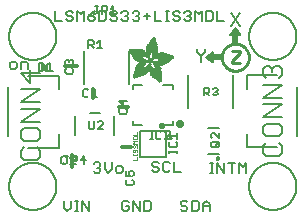
<source format=gbr>
G04 EAGLE Gerber RS-274X export*
G75*
%MOMM*%
%FSLAX34Y34*%
%LPD*%
%INSilkscreen Top*%
%IPPOS*%
%AMOC8*
5,1,8,0,0,1.08239X$1,22.5*%
G01*
%ADD10C,0.152400*%
%ADD11C,0.127000*%
%ADD12C,0.177800*%
%ADD13C,0.254000*%
%ADD14C,0.304800*%
%ADD15C,0.203200*%
%ADD16R,0.127000X0.762000*%
%ADD17C,0.050800*%
%ADD18C,0.406400*%
%ADD19R,0.050800X0.006300*%
%ADD20R,0.082600X0.006400*%
%ADD21R,0.120600X0.006300*%
%ADD22R,0.139700X0.006400*%
%ADD23R,0.158800X0.006300*%
%ADD24R,0.177800X0.006400*%
%ADD25R,0.196800X0.006300*%
%ADD26R,0.215900X0.006400*%
%ADD27R,0.228600X0.006300*%
%ADD28R,0.241300X0.006400*%
%ADD29R,0.254000X0.006300*%
%ADD30R,0.266700X0.006400*%
%ADD31R,0.279400X0.006300*%
%ADD32R,0.285700X0.006400*%
%ADD33R,0.298400X0.006300*%
%ADD34R,0.311200X0.006400*%
%ADD35R,0.317500X0.006300*%
%ADD36R,0.330200X0.006400*%
%ADD37R,0.336600X0.006300*%
%ADD38R,0.349200X0.006400*%
%ADD39R,0.361900X0.006300*%
%ADD40R,0.368300X0.006400*%
%ADD41R,0.381000X0.006300*%
%ADD42R,0.387300X0.006400*%
%ADD43R,0.393700X0.006300*%
%ADD44R,0.406400X0.006400*%
%ADD45R,0.412700X0.006300*%
%ADD46R,0.419100X0.006400*%
%ADD47R,0.431800X0.006300*%
%ADD48R,0.438100X0.006400*%
%ADD49R,0.450800X0.006300*%
%ADD50R,0.457200X0.006400*%
%ADD51R,0.463500X0.006300*%
%ADD52R,0.476200X0.006400*%
%ADD53R,0.482600X0.006300*%
%ADD54R,0.488900X0.006400*%
%ADD55R,0.501600X0.006300*%
%ADD56R,0.508000X0.006400*%
%ADD57R,0.514300X0.006300*%
%ADD58R,0.527000X0.006400*%
%ADD59R,0.533400X0.006300*%
%ADD60R,0.546100X0.006400*%
%ADD61R,0.552400X0.006300*%
%ADD62R,0.558800X0.006400*%
%ADD63R,0.571500X0.006300*%
%ADD64R,0.577800X0.006400*%
%ADD65R,0.584200X0.006300*%
%ADD66R,0.596900X0.006400*%
%ADD67R,0.603200X0.006300*%
%ADD68R,0.609600X0.006400*%
%ADD69R,0.622300X0.006300*%
%ADD70R,0.628600X0.006400*%
%ADD71R,0.641300X0.006300*%
%ADD72R,0.647700X0.006400*%
%ADD73R,0.063500X0.006300*%
%ADD74R,0.654000X0.006300*%
%ADD75R,0.101600X0.006400*%
%ADD76R,0.666700X0.006400*%
%ADD77R,0.139700X0.006300*%
%ADD78R,0.673100X0.006300*%
%ADD79R,0.165100X0.006400*%
%ADD80R,0.679400X0.006400*%
%ADD81R,0.196900X0.006300*%
%ADD82R,0.692100X0.006300*%
%ADD83R,0.222200X0.006400*%
%ADD84R,0.698500X0.006400*%
%ADD85R,0.247700X0.006300*%
%ADD86R,0.704800X0.006300*%
%ADD87R,0.279400X0.006400*%
%ADD88R,0.717500X0.006400*%
%ADD89R,0.298500X0.006300*%
%ADD90R,0.723900X0.006300*%
%ADD91R,0.736600X0.006400*%
%ADD92R,0.342900X0.006300*%
%ADD93R,0.742900X0.006300*%
%ADD94R,0.374700X0.006400*%
%ADD95R,0.749300X0.006400*%
%ADD96R,0.762000X0.006300*%
%ADD97R,0.412700X0.006400*%
%ADD98R,0.768300X0.006400*%
%ADD99R,0.438100X0.006300*%
%ADD100R,0.774700X0.006300*%
%ADD101R,0.463600X0.006400*%
%ADD102R,0.787400X0.006400*%
%ADD103R,0.793700X0.006300*%
%ADD104R,0.495300X0.006400*%
%ADD105R,0.800100X0.006400*%
%ADD106R,0.520700X0.006300*%
%ADD107R,0.812800X0.006300*%
%ADD108R,0.533400X0.006400*%
%ADD109R,0.819100X0.006400*%
%ADD110R,0.558800X0.006300*%
%ADD111R,0.825500X0.006300*%
%ADD112R,0.577900X0.006400*%
%ADD113R,0.831800X0.006400*%
%ADD114R,0.596900X0.006300*%
%ADD115R,0.844500X0.006300*%
%ADD116R,0.616000X0.006400*%
%ADD117R,0.850900X0.006400*%
%ADD118R,0.635000X0.006300*%
%ADD119R,0.857200X0.006300*%
%ADD120R,0.654100X0.006400*%
%ADD121R,0.863600X0.006400*%
%ADD122R,0.666700X0.006300*%
%ADD123R,0.869900X0.006300*%
%ADD124R,0.685800X0.006400*%
%ADD125R,0.876300X0.006400*%
%ADD126R,0.882600X0.006300*%
%ADD127R,0.723900X0.006400*%
%ADD128R,0.889000X0.006400*%
%ADD129R,0.895300X0.006300*%
%ADD130R,0.755700X0.006400*%
%ADD131R,0.901700X0.006400*%
%ADD132R,0.908000X0.006300*%
%ADD133R,0.793800X0.006400*%
%ADD134R,0.914400X0.006400*%
%ADD135R,0.806400X0.006300*%
%ADD136R,0.920700X0.006300*%
%ADD137R,0.825500X0.006400*%
%ADD138R,0.927100X0.006400*%
%ADD139R,0.933400X0.006300*%
%ADD140R,0.857300X0.006400*%
%ADD141R,0.939800X0.006400*%
%ADD142R,0.870000X0.006300*%
%ADD143R,0.939800X0.006300*%
%ADD144R,0.946100X0.006400*%
%ADD145R,0.952500X0.006300*%
%ADD146R,0.908000X0.006400*%
%ADD147R,0.958800X0.006400*%
%ADD148R,0.965200X0.006300*%
%ADD149R,0.965200X0.006400*%
%ADD150R,0.971500X0.006300*%
%ADD151R,0.952500X0.006400*%
%ADD152R,0.977900X0.006400*%
%ADD153R,0.958800X0.006300*%
%ADD154R,0.984200X0.006300*%
%ADD155R,0.971500X0.006400*%
%ADD156R,0.984200X0.006400*%
%ADD157R,0.990600X0.006300*%
%ADD158R,0.984300X0.006400*%
%ADD159R,0.996900X0.006400*%
%ADD160R,0.997000X0.006300*%
%ADD161R,0.996900X0.006300*%
%ADD162R,1.003300X0.006400*%
%ADD163R,1.016000X0.006300*%
%ADD164R,1.009600X0.006300*%
%ADD165R,1.016000X0.006400*%
%ADD166R,1.009600X0.006400*%
%ADD167R,1.022300X0.006300*%
%ADD168R,1.028700X0.006400*%
%ADD169R,1.035100X0.006300*%
%ADD170R,1.047800X0.006400*%
%ADD171R,1.054100X0.006300*%
%ADD172R,1.028700X0.006300*%
%ADD173R,1.054100X0.006400*%
%ADD174R,1.035000X0.006400*%
%ADD175R,1.060400X0.006300*%
%ADD176R,1.035000X0.006300*%
%ADD177R,1.060500X0.006400*%
%ADD178R,1.041400X0.006400*%
%ADD179R,1.066800X0.006300*%
%ADD180R,1.041400X0.006300*%
%ADD181R,1.079500X0.006400*%
%ADD182R,1.047700X0.006400*%
%ADD183R,1.085900X0.006300*%
%ADD184R,1.047700X0.006300*%
%ADD185R,1.085800X0.006400*%
%ADD186R,1.092200X0.006300*%
%ADD187R,1.085900X0.006400*%
%ADD188R,1.098600X0.006300*%
%ADD189R,1.098600X0.006400*%
%ADD190R,1.060400X0.006400*%
%ADD191R,1.104900X0.006300*%
%ADD192R,1.104900X0.006400*%
%ADD193R,1.066800X0.006400*%
%ADD194R,1.111200X0.006300*%
%ADD195R,1.117600X0.006400*%
%ADD196R,1.117600X0.006300*%
%ADD197R,1.073100X0.006300*%
%ADD198R,1.073100X0.006400*%
%ADD199R,1.124000X0.006300*%
%ADD200R,1.079500X0.006300*%
%ADD201R,1.123900X0.006400*%
%ADD202R,1.130300X0.006300*%
%ADD203R,1.130300X0.006400*%
%ADD204R,1.136700X0.006400*%
%ADD205R,1.136700X0.006300*%
%ADD206R,1.085800X0.006300*%
%ADD207R,1.136600X0.006400*%
%ADD208R,1.136600X0.006300*%
%ADD209R,1.143000X0.006400*%
%ADD210R,1.143000X0.006300*%
%ADD211R,1.149400X0.006300*%
%ADD212R,1.149300X0.006300*%
%ADD213R,1.149300X0.006400*%
%ADD214R,1.149400X0.006400*%
%ADD215R,1.155700X0.006400*%
%ADD216R,1.155700X0.006300*%
%ADD217R,1.060500X0.006300*%
%ADD218R,2.197100X0.006400*%
%ADD219R,2.197100X0.006300*%
%ADD220R,2.184400X0.006300*%
%ADD221R,2.184400X0.006400*%
%ADD222R,2.171700X0.006400*%
%ADD223R,2.171700X0.006300*%
%ADD224R,1.530300X0.006400*%
%ADD225R,1.505000X0.006300*%
%ADD226R,1.492300X0.006400*%
%ADD227R,1.485900X0.006300*%
%ADD228R,0.565200X0.006300*%
%ADD229R,1.473200X0.006400*%
%ADD230R,0.565200X0.006400*%
%ADD231R,1.460500X0.006300*%
%ADD232R,1.454100X0.006400*%
%ADD233R,0.552400X0.006400*%
%ADD234R,1.441500X0.006300*%
%ADD235R,0.546100X0.006300*%
%ADD236R,1.435100X0.006400*%
%ADD237R,0.539800X0.006400*%
%ADD238R,1.428800X0.006300*%
%ADD239R,1.422400X0.006400*%
%ADD240R,1.409700X0.006300*%
%ADD241R,0.527100X0.006300*%
%ADD242R,1.403300X0.006400*%
%ADD243R,0.527100X0.006400*%
%ADD244R,1.390700X0.006300*%
%ADD245R,1.384300X0.006400*%
%ADD246R,0.520700X0.006400*%
%ADD247R,1.384300X0.006300*%
%ADD248R,0.514400X0.006300*%
%ADD249R,1.371600X0.006400*%
%ADD250R,1.365200X0.006300*%
%ADD251R,0.508000X0.006300*%
%ADD252R,1.352600X0.006400*%
%ADD253R,0.501700X0.006400*%
%ADD254R,0.711200X0.006300*%
%ADD255R,0.603300X0.006300*%
%ADD256R,0.501700X0.006300*%
%ADD257R,0.692100X0.006400*%
%ADD258R,0.571500X0.006400*%
%ADD259R,0.679400X0.006300*%
%ADD260R,0.495300X0.006300*%
%ADD261R,0.673100X0.006400*%
%ADD262R,0.666800X0.006300*%
%ADD263R,0.488900X0.006300*%
%ADD264R,0.660400X0.006400*%
%ADD265R,0.482600X0.006400*%
%ADD266R,0.476200X0.006300*%
%ADD267R,0.654000X0.006400*%
%ADD268R,0.469900X0.006400*%
%ADD269R,0.476300X0.006400*%
%ADD270R,0.647700X0.006300*%
%ADD271R,0.457200X0.006300*%
%ADD272R,0.469900X0.006300*%
%ADD273R,0.641300X0.006400*%
%ADD274R,0.444500X0.006400*%
%ADD275R,0.463600X0.006300*%
%ADD276R,0.635000X0.006400*%
%ADD277R,0.463500X0.006400*%
%ADD278R,0.393700X0.006400*%
%ADD279R,0.450800X0.006400*%
%ADD280R,0.628600X0.006300*%
%ADD281R,0.387400X0.006300*%
%ADD282R,0.450900X0.006300*%
%ADD283R,0.628700X0.006400*%
%ADD284R,0.374600X0.006400*%
%ADD285R,0.368300X0.006300*%
%ADD286R,0.438200X0.006300*%
%ADD287R,0.622300X0.006400*%
%ADD288R,0.355600X0.006400*%
%ADD289R,0.431800X0.006400*%
%ADD290R,0.349300X0.006300*%
%ADD291R,0.425400X0.006300*%
%ADD292R,0.615900X0.006300*%
%ADD293R,0.330200X0.006300*%
%ADD294R,0.419100X0.006300*%
%ADD295R,0.616000X0.006300*%
%ADD296R,0.311200X0.006300*%
%ADD297R,0.406400X0.006300*%
%ADD298R,0.615900X0.006400*%
%ADD299R,0.304800X0.006400*%
%ADD300R,0.158800X0.006400*%
%ADD301R,0.609600X0.006300*%
%ADD302R,0.292100X0.006300*%
%ADD303R,0.235000X0.006300*%
%ADD304R,0.387400X0.006400*%
%ADD305R,0.292100X0.006400*%
%ADD306R,0.336500X0.006300*%
%ADD307R,0.260400X0.006300*%
%ADD308R,0.603300X0.006400*%
%ADD309R,0.260400X0.006400*%
%ADD310R,0.362000X0.006400*%
%ADD311R,0.450900X0.006400*%
%ADD312R,0.355600X0.006300*%
%ADD313R,0.342900X0.006400*%
%ADD314R,0.514300X0.006400*%
%ADD315R,0.234900X0.006300*%
%ADD316R,0.539700X0.006300*%
%ADD317R,0.603200X0.006400*%
%ADD318R,0.234900X0.006400*%
%ADD319R,0.920700X0.006400*%
%ADD320R,0.958900X0.006400*%
%ADD321R,0.215900X0.006300*%
%ADD322R,0.209600X0.006400*%
%ADD323R,0.203200X0.006300*%
%ADD324R,1.003300X0.006300*%
%ADD325R,0.203200X0.006400*%
%ADD326R,0.196900X0.006400*%
%ADD327R,0.190500X0.006300*%
%ADD328R,0.190500X0.006400*%
%ADD329R,0.184200X0.006300*%
%ADD330R,0.590500X0.006400*%
%ADD331R,0.184200X0.006400*%
%ADD332R,0.590500X0.006300*%
%ADD333R,0.177800X0.006300*%
%ADD334R,0.584200X0.006400*%
%ADD335R,1.168400X0.006400*%
%ADD336R,0.171500X0.006300*%
%ADD337R,1.187500X0.006300*%
%ADD338R,1.200100X0.006400*%
%ADD339R,0.577800X0.006300*%
%ADD340R,1.212900X0.006300*%
%ADD341R,1.231900X0.006400*%
%ADD342R,1.250900X0.006300*%
%ADD343R,0.565100X0.006400*%
%ADD344R,0.184100X0.006400*%
%ADD345R,1.263700X0.006400*%
%ADD346R,0.565100X0.006300*%
%ADD347R,1.289100X0.006300*%
%ADD348R,1.314400X0.006400*%
%ADD349R,0.552500X0.006300*%
%ADD350R,1.568500X0.006300*%
%ADD351R,0.552500X0.006400*%
%ADD352R,1.581200X0.006400*%
%ADD353R,1.593800X0.006300*%
%ADD354R,1.606500X0.006400*%
%ADD355R,1.619300X0.006300*%
%ADD356R,0.514400X0.006400*%
%ADD357R,1.638300X0.006400*%
%ADD358R,1.657300X0.006300*%
%ADD359R,2.209800X0.006400*%
%ADD360R,2.425700X0.006300*%
%ADD361R,2.470100X0.006400*%
%ADD362R,2.501900X0.006300*%
%ADD363R,2.533700X0.006400*%
%ADD364R,2.559000X0.006300*%
%ADD365R,2.584500X0.006400*%
%ADD366R,2.609900X0.006300*%
%ADD367R,2.628900X0.006400*%
%ADD368R,2.660600X0.006300*%
%ADD369R,2.673400X0.006400*%
%ADD370R,1.422400X0.006300*%
%ADD371R,1.200200X0.006300*%
%ADD372R,1.365300X0.006300*%
%ADD373R,1.365300X0.006400*%
%ADD374R,1.352500X0.006300*%
%ADD375R,1.098500X0.006300*%
%ADD376R,1.358900X0.006400*%
%ADD377R,1.352600X0.006300*%
%ADD378R,1.358900X0.006300*%
%ADD379R,1.371600X0.006300*%
%ADD380R,1.377900X0.006400*%
%ADD381R,1.397000X0.006400*%
%ADD382R,1.403300X0.006300*%
%ADD383R,0.914400X0.006300*%
%ADD384R,0.876300X0.006300*%
%ADD385R,0.374600X0.006300*%
%ADD386R,1.073200X0.006400*%
%ADD387R,0.374700X0.006300*%
%ADD388R,0.844600X0.006400*%
%ADD389R,0.844600X0.006300*%
%ADD390R,0.831900X0.006400*%
%ADD391R,1.092200X0.006400*%
%ADD392R,0.400000X0.006300*%
%ADD393R,0.819200X0.006400*%
%ADD394R,1.111300X0.006400*%
%ADD395R,0.812800X0.006400*%
%ADD396R,0.800100X0.006300*%
%ADD397R,0.476300X0.006300*%
%ADD398R,1.181100X0.006300*%
%ADD399R,0.501600X0.006400*%
%ADD400R,1.193800X0.006400*%
%ADD401R,0.781000X0.006400*%
%ADD402R,1.238200X0.006400*%
%ADD403R,0.781100X0.006300*%
%ADD404R,1.257300X0.006300*%
%ADD405R,1.295400X0.006400*%
%ADD406R,1.333500X0.006300*%
%ADD407R,0.774700X0.006400*%
%ADD408R,1.866900X0.006400*%
%ADD409R,0.209600X0.006300*%
%ADD410R,1.866900X0.006300*%
%ADD411R,0.768400X0.006400*%
%ADD412R,0.209500X0.006400*%
%ADD413R,1.860600X0.006400*%
%ADD414R,0.762000X0.006400*%
%ADD415R,0.768400X0.006300*%
%ADD416R,1.860600X0.006300*%
%ADD417R,1.860500X0.006400*%
%ADD418R,0.222300X0.006300*%
%ADD419R,1.854200X0.006300*%
%ADD420R,0.235000X0.006400*%
%ADD421R,1.854200X0.006400*%
%ADD422R,0.768300X0.006300*%
%ADD423R,0.260300X0.006400*%
%ADD424R,1.847800X0.006400*%
%ADD425R,0.266700X0.006300*%
%ADD426R,1.847800X0.006300*%
%ADD427R,0.273100X0.006400*%
%ADD428R,1.841500X0.006400*%
%ADD429R,0.285800X0.006300*%
%ADD430R,1.841500X0.006300*%
%ADD431R,0.298500X0.006400*%
%ADD432R,1.835100X0.006400*%
%ADD433R,0.781000X0.006300*%
%ADD434R,0.304800X0.006300*%
%ADD435R,1.835100X0.006300*%
%ADD436R,0.317500X0.006400*%
%ADD437R,1.828800X0.006400*%
%ADD438R,0.787400X0.006300*%
%ADD439R,0.323800X0.006300*%
%ADD440R,1.828800X0.006300*%
%ADD441R,0.793700X0.006400*%
%ADD442R,1.822400X0.006400*%
%ADD443R,0.806500X0.006300*%
%ADD444R,1.822400X0.006300*%
%ADD445R,1.816100X0.006400*%
%ADD446R,0.819100X0.006300*%
%ADD447R,0.387300X0.006300*%
%ADD448R,1.816100X0.006300*%
%ADD449R,1.809800X0.006400*%
%ADD450R,1.803400X0.006300*%
%ADD451R,1.797000X0.006400*%
%ADD452R,0.901700X0.006300*%
%ADD453R,1.797000X0.006300*%
%ADD454R,1.441400X0.006400*%
%ADD455R,1.790700X0.006400*%
%ADD456R,1.447800X0.006300*%
%ADD457R,1.784300X0.006300*%
%ADD458R,1.447800X0.006400*%
%ADD459R,1.784300X0.006400*%
%ADD460R,1.454100X0.006300*%
%ADD461R,1.771700X0.006300*%
%ADD462R,1.460500X0.006400*%
%ADD463R,1.759000X0.006400*%
%ADD464R,1.466800X0.006300*%
%ADD465R,1.752600X0.006300*%
%ADD466R,1.466800X0.006400*%
%ADD467R,1.739900X0.006400*%
%ADD468R,1.473200X0.006300*%
%ADD469R,1.727200X0.006300*%
%ADD470R,1.479500X0.006400*%
%ADD471R,1.714500X0.006400*%
%ADD472R,1.695400X0.006300*%
%ADD473R,1.485900X0.006400*%
%ADD474R,1.682700X0.006400*%
%ADD475R,1.492200X0.006300*%
%ADD476R,1.663700X0.006300*%
%ADD477R,1.498600X0.006400*%
%ADD478R,1.644600X0.006400*%
%ADD479R,1.498600X0.006300*%
%ADD480R,1.619200X0.006300*%
%ADD481R,1.511300X0.006400*%
%ADD482R,1.600200X0.006400*%
%ADD483R,1.517700X0.006300*%
%ADD484R,1.574800X0.006300*%
%ADD485R,1.524000X0.006400*%
%ADD486R,1.555800X0.006400*%
%ADD487R,1.524000X0.006300*%
%ADD488R,1.536700X0.006300*%
%ADD489R,1.530400X0.006400*%
%ADD490R,1.517700X0.006400*%
%ADD491R,1.492300X0.006300*%
%ADD492R,1.549400X0.006400*%
%ADD493R,1.479600X0.006400*%
%ADD494R,1.549400X0.006300*%
%ADD495R,1.555700X0.006400*%
%ADD496R,1.562100X0.006300*%
%ADD497R,0.323900X0.006300*%
%ADD498R,1.568400X0.006400*%
%ADD499R,0.336600X0.006400*%
%ADD500R,1.587500X0.006300*%
%ADD501R,0.971600X0.006300*%
%ADD502R,0.349300X0.006400*%
%ADD503R,1.600200X0.006300*%
%ADD504R,0.920800X0.006300*%
%ADD505R,0.882700X0.006400*%
%ADD506R,1.612900X0.006300*%
%ADD507R,0.362000X0.006300*%
%ADD508R,1.625600X0.006400*%
%ADD509R,1.625600X0.006300*%
%ADD510R,1.644600X0.006300*%
%ADD511R,0.736600X0.006300*%
%ADD512R,0.717600X0.006400*%
%ADD513R,1.657400X0.006300*%
%ADD514R,0.679500X0.006300*%
%ADD515R,1.663700X0.006400*%
%ADD516R,0.400000X0.006400*%
%ADD517R,1.676400X0.006300*%
%ADD518R,1.676400X0.006400*%
%ADD519R,0.425500X0.006400*%
%ADD520R,1.352500X0.006400*%
%ADD521R,0.444500X0.006300*%
%ADD522R,0.361900X0.006400*%
%ADD523R,0.088900X0.006300*%
%ADD524R,1.009700X0.006300*%
%ADD525R,1.009700X0.006400*%
%ADD526R,1.022300X0.006400*%
%ADD527R,1.346200X0.006400*%
%ADD528R,1.346200X0.006300*%
%ADD529R,1.339900X0.006400*%
%ADD530R,1.035100X0.006400*%
%ADD531R,1.339800X0.006300*%
%ADD532R,1.333500X0.006400*%
%ADD533R,1.327200X0.006400*%
%ADD534R,1.320800X0.006300*%
%ADD535R,1.314500X0.006400*%
%ADD536R,1.314400X0.006300*%
%ADD537R,1.301700X0.006400*%
%ADD538R,1.295400X0.006300*%
%ADD539R,1.289000X0.006400*%
%ADD540R,1.276300X0.006300*%
%ADD541R,1.251000X0.006300*%
%ADD542R,1.244600X0.006400*%
%ADD543R,1.231900X0.006300*%
%ADD544R,1.212800X0.006400*%
%ADD545R,1.200100X0.006300*%
%ADD546R,1.187400X0.006400*%
%ADD547R,1.168400X0.006300*%
%ADD548R,1.047800X0.006300*%
%ADD549R,0.977900X0.006300*%
%ADD550R,0.946200X0.006400*%
%ADD551R,0.933400X0.006400*%
%ADD552R,0.895300X0.006400*%
%ADD553R,0.882700X0.006300*%
%ADD554R,0.863600X0.006300*%
%ADD555R,0.857200X0.006400*%
%ADD556R,0.850900X0.006300*%
%ADD557R,0.838200X0.006300*%
%ADD558R,0.806500X0.006400*%
%ADD559R,0.717600X0.006300*%
%ADD560R,0.711200X0.006400*%
%ADD561R,0.641400X0.006400*%
%ADD562R,0.641400X0.006300*%
%ADD563R,0.628700X0.006300*%
%ADD564R,0.590600X0.006300*%
%ADD565R,0.539700X0.006400*%
%ADD566R,0.285700X0.006300*%
%ADD567R,0.222200X0.006300*%
%ADD568R,0.171400X0.006300*%
%ADD569R,0.152400X0.006400*%
%ADD570R,0.133400X0.006300*%

G36*
X177819Y129510D02*
X177819Y129510D01*
X177930Y129508D01*
X177978Y129520D01*
X178027Y129523D01*
X178131Y129557D01*
X178239Y129583D01*
X178283Y129606D01*
X178329Y129621D01*
X178422Y129680D01*
X178520Y129732D01*
X178556Y129765D01*
X178598Y129791D01*
X178674Y129872D01*
X178755Y129946D01*
X178782Y129987D01*
X178816Y130023D01*
X178869Y130119D01*
X178930Y130211D01*
X178946Y130258D01*
X178970Y130301D01*
X178997Y130408D01*
X179033Y130512D01*
X179037Y130561D01*
X179049Y130609D01*
X179059Y130770D01*
X179059Y132041D01*
X184140Y132041D01*
X184258Y132056D01*
X184377Y132063D01*
X184415Y132076D01*
X184456Y132081D01*
X184566Y132124D01*
X184679Y132161D01*
X184714Y132183D01*
X184751Y132198D01*
X184847Y132268D01*
X184948Y132331D01*
X184976Y132361D01*
X185009Y132384D01*
X185085Y132476D01*
X185166Y132563D01*
X185186Y132598D01*
X185211Y132629D01*
X185262Y132737D01*
X185320Y132841D01*
X185330Y132881D01*
X185347Y132917D01*
X185369Y133034D01*
X185399Y133149D01*
X185403Y133210D01*
X185407Y133230D01*
X185405Y133250D01*
X185409Y133310D01*
X185409Y135850D01*
X185394Y135968D01*
X185387Y136087D01*
X185374Y136125D01*
X185369Y136166D01*
X185326Y136276D01*
X185289Y136389D01*
X185267Y136424D01*
X185252Y136461D01*
X185183Y136557D01*
X185119Y136658D01*
X185089Y136686D01*
X185066Y136719D01*
X184974Y136795D01*
X184887Y136876D01*
X184852Y136896D01*
X184821Y136921D01*
X184713Y136972D01*
X184609Y137030D01*
X184569Y137040D01*
X184533Y137057D01*
X184416Y137079D01*
X184301Y137109D01*
X184241Y137113D01*
X184221Y137117D01*
X184200Y137115D01*
X184140Y137119D01*
X179059Y137119D01*
X179059Y138390D01*
X179053Y138439D01*
X179055Y138488D01*
X179041Y138559D01*
X179037Y138622D01*
X179025Y138658D01*
X179019Y138706D01*
X179001Y138751D01*
X178991Y138800D01*
X178956Y138872D01*
X178939Y138925D01*
X178922Y138952D01*
X178902Y139001D01*
X178873Y139041D01*
X178852Y139086D01*
X178795Y139152D01*
X178769Y139194D01*
X178750Y139212D01*
X178716Y139259D01*
X178677Y139290D01*
X178645Y139328D01*
X178569Y139381D01*
X178537Y139412D01*
X178518Y139422D01*
X178471Y139461D01*
X178426Y139482D01*
X178385Y139511D01*
X178294Y139546D01*
X178259Y139565D01*
X178241Y139570D01*
X178183Y139597D01*
X178134Y139606D01*
X178088Y139624D01*
X177988Y139635D01*
X177951Y139645D01*
X177926Y139646D01*
X177871Y139657D01*
X177821Y139654D01*
X177772Y139659D01*
X177663Y139644D01*
X177553Y139637D01*
X177506Y139622D01*
X177457Y139615D01*
X177355Y139573D01*
X177251Y139539D01*
X177209Y139512D01*
X177189Y139504D01*
X177173Y139498D01*
X177172Y139497D01*
X177163Y139494D01*
X177028Y139405D01*
X171948Y135595D01*
X171880Y135529D01*
X171844Y135503D01*
X171816Y135469D01*
X171745Y135404D01*
X171734Y135388D01*
X171720Y135374D01*
X171669Y135292D01*
X171642Y135258D01*
X171623Y135219D01*
X171570Y135139D01*
X171564Y135120D01*
X171554Y135103D01*
X171525Y135011D01*
X171506Y134971D01*
X171498Y134927D01*
X171467Y134838D01*
X171466Y134818D01*
X171460Y134799D01*
X171455Y134705D01*
X171446Y134658D01*
X171449Y134611D01*
X171442Y134521D01*
X171446Y134501D01*
X171445Y134482D01*
X171463Y134393D01*
X171466Y134341D01*
X171482Y134292D01*
X171497Y134207D01*
X171505Y134189D01*
X171509Y134170D01*
X171546Y134093D01*
X171564Y134038D01*
X171595Y133990D01*
X171627Y133918D01*
X171640Y133902D01*
X171648Y133884D01*
X171700Y133824D01*
X171734Y133770D01*
X171780Y133726D01*
X171826Y133669D01*
X171847Y133651D01*
X171855Y133642D01*
X171871Y133631D01*
X171948Y133565D01*
X177028Y129755D01*
X177071Y129730D01*
X177109Y129699D01*
X177209Y129652D01*
X177305Y129597D01*
X177353Y129584D01*
X177397Y129563D01*
X177505Y129542D01*
X177612Y129513D01*
X177661Y129513D01*
X177710Y129503D01*
X177819Y129510D01*
G37*
G36*
X198248Y146106D02*
X198248Y146106D01*
X198367Y146113D01*
X198405Y146126D01*
X198446Y146131D01*
X198556Y146174D01*
X198669Y146211D01*
X198704Y146233D01*
X198741Y146248D01*
X198837Y146318D01*
X198938Y146381D01*
X198966Y146411D01*
X198999Y146434D01*
X199075Y146526D01*
X199156Y146613D01*
X199176Y146648D01*
X199201Y146679D01*
X199252Y146787D01*
X199310Y146891D01*
X199320Y146931D01*
X199337Y146967D01*
X199359Y147084D01*
X199389Y147199D01*
X199393Y147260D01*
X199397Y147280D01*
X199395Y147300D01*
X199399Y147360D01*
X199399Y152441D01*
X200670Y152441D01*
X200719Y152447D01*
X200768Y152445D01*
X200876Y152467D01*
X200986Y152481D01*
X201031Y152499D01*
X201080Y152509D01*
X201179Y152557D01*
X201281Y152598D01*
X201321Y152627D01*
X201366Y152648D01*
X201449Y152720D01*
X201539Y152784D01*
X201570Y152823D01*
X201608Y152855D01*
X201671Y152945D01*
X201741Y153029D01*
X201762Y153074D01*
X201791Y153115D01*
X201830Y153218D01*
X201877Y153317D01*
X201886Y153366D01*
X201904Y153412D01*
X201916Y153522D01*
X201937Y153630D01*
X201934Y153679D01*
X201939Y153728D01*
X201924Y153837D01*
X201917Y153947D01*
X201902Y153994D01*
X201895Y154043D01*
X201853Y154145D01*
X201819Y154249D01*
X201792Y154291D01*
X201774Y154337D01*
X201685Y154472D01*
X197875Y159552D01*
X197857Y159571D01*
X197844Y159591D01*
X197771Y159660D01*
X197684Y159755D01*
X197668Y159766D01*
X197654Y159780D01*
X197623Y159799D01*
X197612Y159809D01*
X197557Y159840D01*
X197535Y159853D01*
X197419Y159930D01*
X197400Y159936D01*
X197383Y159946D01*
X197338Y159960D01*
X197334Y159963D01*
X197311Y159969D01*
X197250Y159988D01*
X197118Y160033D01*
X197098Y160034D01*
X197079Y160040D01*
X196997Y160044D01*
X196883Y160051D01*
X196801Y160058D01*
X196781Y160055D01*
X196762Y160055D01*
X196625Y160027D01*
X196545Y160013D01*
X196539Y160013D01*
X196538Y160012D01*
X196487Y160003D01*
X196469Y159995D01*
X196450Y159991D01*
X196325Y159930D01*
X196283Y159911D01*
X196244Y159896D01*
X196236Y159890D01*
X196198Y159873D01*
X196182Y159860D01*
X196164Y159852D01*
X196058Y159761D01*
X196055Y159758D01*
X195986Y159709D01*
X195974Y159694D01*
X195949Y159674D01*
X195931Y159653D01*
X195922Y159645D01*
X195911Y159629D01*
X195845Y159552D01*
X192035Y154472D01*
X192010Y154429D01*
X191979Y154391D01*
X191932Y154291D01*
X191877Y154195D01*
X191864Y154147D01*
X191843Y154103D01*
X191822Y153995D01*
X191793Y153888D01*
X191793Y153839D01*
X191783Y153791D01*
X191790Y153681D01*
X191788Y153570D01*
X191800Y153522D01*
X191803Y153473D01*
X191837Y153369D01*
X191863Y153261D01*
X191886Y153217D01*
X191901Y153171D01*
X191960Y153078D01*
X192012Y152980D01*
X192045Y152944D01*
X192071Y152902D01*
X192152Y152826D01*
X192226Y152745D01*
X192267Y152718D01*
X192303Y152684D01*
X192399Y152631D01*
X192491Y152570D01*
X192538Y152554D01*
X192581Y152530D01*
X192688Y152503D01*
X192792Y152467D01*
X192841Y152463D01*
X192889Y152451D01*
X193050Y152441D01*
X194321Y152441D01*
X194321Y147360D01*
X194336Y147242D01*
X194343Y147123D01*
X194356Y147085D01*
X194361Y147044D01*
X194404Y146934D01*
X194441Y146821D01*
X194463Y146786D01*
X194478Y146749D01*
X194548Y146653D01*
X194611Y146552D01*
X194641Y146524D01*
X194664Y146491D01*
X194756Y146416D01*
X194843Y146334D01*
X194878Y146314D01*
X194909Y146289D01*
X195017Y146238D01*
X195121Y146180D01*
X195161Y146170D01*
X195197Y146153D01*
X195314Y146131D01*
X195429Y146101D01*
X195490Y146097D01*
X195510Y146093D01*
X195530Y146095D01*
X195590Y146091D01*
X198130Y146091D01*
X198248Y146106D01*
G37*
G36*
X37348Y122433D02*
X37348Y122433D01*
X37377Y122430D01*
X37469Y122450D01*
X37562Y122463D01*
X37589Y122476D01*
X37618Y122482D01*
X37698Y122530D01*
X37782Y122572D01*
X37803Y122593D01*
X37829Y122608D01*
X37890Y122680D01*
X37956Y122746D01*
X37969Y122772D01*
X37989Y122795D01*
X38024Y122882D01*
X38066Y122966D01*
X38070Y122996D01*
X38081Y123023D01*
X38099Y123190D01*
X38099Y128270D01*
X38094Y128299D01*
X38097Y128329D01*
X38075Y128420D01*
X38060Y128513D01*
X38046Y128539D01*
X38039Y128568D01*
X37988Y128647D01*
X37944Y128730D01*
X37923Y128751D01*
X37907Y128776D01*
X37834Y128835D01*
X37766Y128900D01*
X37739Y128912D01*
X37716Y128931D01*
X37628Y128964D01*
X37543Y129003D01*
X37513Y129006D01*
X37486Y129017D01*
X37392Y129020D01*
X37299Y129030D01*
X37269Y129024D01*
X37240Y129025D01*
X37150Y128998D01*
X37058Y128978D01*
X37033Y128963D01*
X37004Y128954D01*
X36862Y128864D01*
X33687Y126324D01*
X33618Y126247D01*
X33545Y126174D01*
X33536Y126157D01*
X33523Y126142D01*
X33481Y126046D01*
X33435Y125954D01*
X33433Y125934D01*
X33425Y125916D01*
X33416Y125813D01*
X33402Y125710D01*
X33406Y125691D01*
X33404Y125671D01*
X33429Y125570D01*
X33448Y125468D01*
X33458Y125451D01*
X33462Y125432D01*
X33518Y125345D01*
X33569Y125254D01*
X33586Y125237D01*
X33594Y125224D01*
X33619Y125204D01*
X33687Y125136D01*
X36862Y122596D01*
X36888Y122581D01*
X36910Y122561D01*
X36995Y122521D01*
X37077Y122475D01*
X37106Y122469D01*
X37133Y122457D01*
X37226Y122447D01*
X37318Y122429D01*
X37348Y122433D01*
G37*
D10*
X51788Y13215D02*
X51788Y7453D01*
X54670Y4572D01*
X57551Y7453D01*
X57551Y13215D01*
X61144Y4572D02*
X64025Y4572D01*
X62584Y4572D02*
X62584Y13215D01*
X61144Y13215D02*
X64025Y13215D01*
X67380Y13215D02*
X67380Y4572D01*
X73143Y4572D02*
X67380Y13215D01*
X73143Y13215D02*
X73143Y4572D01*
X76899Y44160D02*
X78340Y45600D01*
X81221Y45600D01*
X82661Y44160D01*
X82661Y42719D01*
X81221Y41279D01*
X79780Y41279D01*
X81221Y41279D02*
X82661Y39838D01*
X82661Y38398D01*
X81221Y36957D01*
X78340Y36957D01*
X76899Y38398D01*
X86254Y39838D02*
X86254Y45600D01*
X86254Y39838D02*
X89136Y36957D01*
X92017Y39838D01*
X92017Y45600D01*
X97050Y36957D02*
X99931Y36957D01*
X101372Y38398D01*
X101372Y41279D01*
X99931Y42719D01*
X97050Y42719D01*
X95610Y41279D01*
X95610Y38398D01*
X97050Y36957D01*
X105351Y13215D02*
X106791Y11775D01*
X105351Y13215D02*
X102470Y13215D01*
X101029Y11775D01*
X101029Y6013D01*
X102470Y4572D01*
X105351Y4572D01*
X106791Y6013D01*
X106791Y8894D01*
X103910Y8894D01*
X110384Y13215D02*
X110384Y4572D01*
X116147Y4572D02*
X110384Y13215D01*
X116147Y13215D02*
X116147Y4572D01*
X119740Y4572D02*
X119740Y13215D01*
X119740Y4572D02*
X124061Y4572D01*
X125502Y6013D01*
X125502Y11775D01*
X124061Y13215D01*
X119740Y13215D01*
X132191Y44795D02*
X130751Y46235D01*
X127870Y46235D01*
X126429Y44795D01*
X126429Y43354D01*
X127870Y41914D01*
X130751Y41914D01*
X132191Y40473D01*
X132191Y39033D01*
X130751Y37592D01*
X127870Y37592D01*
X126429Y39033D01*
X140106Y46235D02*
X141547Y44795D01*
X140106Y46235D02*
X137225Y46235D01*
X135784Y44795D01*
X135784Y39033D01*
X137225Y37592D01*
X140106Y37592D01*
X141547Y39033D01*
X145140Y37592D02*
X145140Y46235D01*
X145140Y37592D02*
X150902Y37592D01*
X175381Y36322D02*
X178262Y36322D01*
X176821Y36322D02*
X176821Y44965D01*
X175381Y44965D02*
X178262Y44965D01*
X181618Y44965D02*
X181618Y36322D01*
X187380Y36322D02*
X181618Y44965D01*
X187380Y44965D02*
X187380Y36322D01*
X193854Y36322D02*
X193854Y44965D01*
X190973Y44965D02*
X196735Y44965D01*
X200328Y44965D02*
X200328Y36322D01*
X203209Y42084D02*
X200328Y44965D01*
X203209Y42084D02*
X206090Y44965D01*
X206090Y36322D01*
X156321Y11775D02*
X154881Y13215D01*
X152000Y13215D01*
X150559Y11775D01*
X150559Y10334D01*
X152000Y8894D01*
X154881Y8894D01*
X156321Y7453D01*
X156321Y6013D01*
X154881Y4572D01*
X152000Y4572D01*
X150559Y6013D01*
X159914Y4572D02*
X159914Y13215D01*
X159914Y4572D02*
X164236Y4572D01*
X165677Y6013D01*
X165677Y11775D01*
X164236Y13215D01*
X159914Y13215D01*
X169270Y10334D02*
X169270Y4572D01*
X169270Y10334D02*
X172151Y13215D01*
X175032Y10334D01*
X175032Y4572D01*
X175032Y8894D02*
X169270Y8894D01*
D11*
X10164Y125095D02*
X7198Y125095D01*
X10164Y125095D02*
X11647Y126578D01*
X11647Y129544D01*
X10164Y131027D01*
X7198Y131027D01*
X5715Y129544D01*
X5715Y126578D01*
X7198Y125095D01*
X15070Y125095D02*
X15070Y131027D01*
X19519Y131027D01*
X21002Y129544D01*
X21002Y125095D01*
D12*
X164044Y139548D02*
X164044Y141370D01*
X164044Y139548D02*
X167688Y135905D01*
X171332Y139548D01*
X171332Y141370D01*
X167688Y135905D02*
X167688Y130439D01*
X200542Y160919D02*
X193254Y171850D01*
X200542Y171850D02*
X193254Y160919D01*
D13*
X194270Y140354D02*
X201049Y140354D01*
X201049Y138659D01*
X194270Y131880D01*
X194270Y130185D01*
X201049Y130185D01*
X208290Y134660D02*
X208287Y134936D01*
X208277Y135212D01*
X208260Y135488D01*
X208237Y135763D01*
X208207Y136038D01*
X208170Y136312D01*
X208127Y136584D01*
X208077Y136856D01*
X208021Y137126D01*
X207958Y137395D01*
X207889Y137663D01*
X207813Y137928D01*
X207731Y138192D01*
X207642Y138454D01*
X207547Y138713D01*
X207446Y138970D01*
X207339Y139225D01*
X207226Y139477D01*
X207106Y139726D01*
X206981Y139972D01*
X206849Y140215D01*
X206712Y140455D01*
X206569Y140691D01*
X206421Y140924D01*
X206267Y141153D01*
X206107Y141378D01*
X205942Y141600D01*
X205772Y141817D01*
X205596Y142031D01*
X205415Y142239D01*
X205230Y142444D01*
X205039Y142644D01*
X204844Y142839D01*
X204644Y143030D01*
X204439Y143215D01*
X204231Y143396D01*
X204017Y143572D01*
X203800Y143742D01*
X203578Y143907D01*
X203353Y144067D01*
X203124Y144221D01*
X202891Y144369D01*
X202655Y144512D01*
X202415Y144649D01*
X202172Y144781D01*
X201926Y144906D01*
X201677Y145026D01*
X201425Y145139D01*
X201170Y145246D01*
X200913Y145347D01*
X200654Y145442D01*
X200392Y145531D01*
X200128Y145613D01*
X199863Y145689D01*
X199595Y145758D01*
X199326Y145821D01*
X199056Y145877D01*
X198784Y145927D01*
X198512Y145970D01*
X198238Y146007D01*
X197963Y146037D01*
X197688Y146060D01*
X197412Y146077D01*
X197136Y146087D01*
X196860Y146090D01*
X208290Y134660D02*
X208287Y134384D01*
X208277Y134108D01*
X208260Y133832D01*
X208237Y133557D01*
X208207Y133282D01*
X208170Y133008D01*
X208127Y132736D01*
X208077Y132464D01*
X208021Y132194D01*
X207958Y131925D01*
X207889Y131657D01*
X207813Y131392D01*
X207731Y131128D01*
X207642Y130866D01*
X207547Y130607D01*
X207446Y130350D01*
X207339Y130095D01*
X207226Y129843D01*
X207106Y129594D01*
X206981Y129348D01*
X206849Y129105D01*
X206712Y128865D01*
X206569Y128629D01*
X206421Y128396D01*
X206267Y128167D01*
X206107Y127942D01*
X205942Y127720D01*
X205772Y127503D01*
X205596Y127289D01*
X205415Y127081D01*
X205230Y126876D01*
X205039Y126676D01*
X204844Y126481D01*
X204644Y126290D01*
X204439Y126105D01*
X204231Y125924D01*
X204017Y125748D01*
X203800Y125578D01*
X203578Y125413D01*
X203353Y125253D01*
X203124Y125099D01*
X202891Y124951D01*
X202655Y124808D01*
X202415Y124671D01*
X202172Y124539D01*
X201926Y124414D01*
X201677Y124294D01*
X201425Y124181D01*
X201170Y124074D01*
X200913Y123973D01*
X200654Y123878D01*
X200392Y123789D01*
X200128Y123707D01*
X199863Y123631D01*
X199595Y123562D01*
X199326Y123499D01*
X199056Y123443D01*
X198784Y123393D01*
X198512Y123350D01*
X198238Y123313D01*
X197963Y123283D01*
X197688Y123260D01*
X197412Y123243D01*
X197136Y123233D01*
X196860Y123230D01*
X196584Y123233D01*
X196308Y123243D01*
X196032Y123260D01*
X195757Y123283D01*
X195482Y123313D01*
X195208Y123350D01*
X194936Y123393D01*
X194664Y123443D01*
X194394Y123499D01*
X194125Y123562D01*
X193857Y123631D01*
X193592Y123707D01*
X193328Y123789D01*
X193066Y123878D01*
X192807Y123973D01*
X192550Y124074D01*
X192295Y124181D01*
X192043Y124294D01*
X191794Y124414D01*
X191548Y124539D01*
X191305Y124671D01*
X191065Y124808D01*
X190829Y124951D01*
X190596Y125099D01*
X190367Y125253D01*
X190142Y125413D01*
X189920Y125578D01*
X189703Y125748D01*
X189489Y125924D01*
X189281Y126105D01*
X189076Y126290D01*
X188876Y126481D01*
X188681Y126676D01*
X188490Y126876D01*
X188305Y127081D01*
X188124Y127289D01*
X187948Y127503D01*
X187778Y127720D01*
X187613Y127942D01*
X187453Y128167D01*
X187299Y128396D01*
X187151Y128629D01*
X187008Y128865D01*
X186871Y129105D01*
X186739Y129348D01*
X186614Y129594D01*
X186494Y129843D01*
X186381Y130095D01*
X186274Y130350D01*
X186173Y130607D01*
X186078Y130866D01*
X185989Y131128D01*
X185907Y131392D01*
X185831Y131657D01*
X185762Y131925D01*
X185699Y132194D01*
X185643Y132464D01*
X185593Y132736D01*
X185550Y133008D01*
X185513Y133282D01*
X185483Y133557D01*
X185460Y133832D01*
X185443Y134108D01*
X185433Y134384D01*
X185430Y134660D01*
X185428Y134933D01*
X185433Y135207D01*
X185445Y135480D01*
X185464Y135752D01*
X185489Y136025D01*
X185521Y136296D01*
X185559Y136567D01*
X185604Y136836D01*
X185655Y137105D01*
X185713Y137372D01*
X185778Y137638D01*
X185849Y137902D01*
X185926Y138164D01*
X186010Y138424D01*
X186100Y138682D01*
X186196Y138938D01*
X186298Y139191D01*
X186407Y139442D01*
X186521Y139691D01*
X186642Y139936D01*
X186768Y140178D01*
X186901Y140417D01*
X187039Y140653D01*
X187183Y140886D01*
X187332Y141114D01*
X187487Y141340D01*
X187648Y141561D01*
X187814Y141778D01*
X187985Y141992D01*
X188161Y142201D01*
X188342Y142405D01*
X188528Y142605D01*
X188719Y142801D01*
X188915Y142992D01*
X189115Y143178D01*
X189319Y143359D01*
X189528Y143535D01*
X189742Y143706D01*
X189959Y143872D01*
X190180Y144033D01*
X190406Y144188D01*
X190634Y144337D01*
X190867Y144481D01*
X191103Y144619D01*
X191342Y144752D01*
X191584Y144878D01*
X191829Y144999D01*
X192078Y145113D01*
X192329Y145222D01*
X192582Y145324D01*
X192838Y145420D01*
X193096Y145510D01*
X193356Y145594D01*
X193618Y145671D01*
X193882Y145742D01*
X194148Y145807D01*
X194415Y145865D01*
X194684Y145916D01*
X194953Y145961D01*
X195224Y145999D01*
X195495Y146031D01*
X195768Y146056D01*
X196040Y146075D01*
X196313Y146087D01*
X196587Y146092D01*
X196860Y146090D01*
D10*
X44320Y165227D02*
X44320Y173870D01*
X44320Y165227D02*
X50082Y165227D01*
X57997Y173870D02*
X59437Y172430D01*
X57997Y173870D02*
X55115Y173870D01*
X53675Y172430D01*
X53675Y170989D01*
X55115Y169549D01*
X57997Y169549D01*
X59437Y168108D01*
X59437Y166668D01*
X57997Y165227D01*
X55115Y165227D01*
X53675Y166668D01*
X63030Y165227D02*
X63030Y173870D01*
X65911Y170989D01*
X68792Y173870D01*
X68792Y165227D01*
X75266Y172430D02*
X78147Y173870D01*
X75266Y172430D02*
X72385Y169549D01*
X72385Y166668D01*
X73826Y165227D01*
X76707Y165227D01*
X78147Y166668D01*
X78147Y168108D01*
X76707Y169549D01*
X72385Y169549D01*
X81740Y173870D02*
X81740Y165227D01*
X86062Y165227D01*
X87503Y166668D01*
X87503Y172430D01*
X86062Y173870D01*
X81740Y173870D01*
X95417Y173870D02*
X96858Y172430D01*
X95417Y173870D02*
X92536Y173870D01*
X91096Y172430D01*
X91096Y170989D01*
X92536Y169549D01*
X95417Y169549D01*
X96858Y168108D01*
X96858Y166668D01*
X95417Y165227D01*
X92536Y165227D01*
X91096Y166668D01*
X100451Y172430D02*
X101891Y173870D01*
X104772Y173870D01*
X106213Y172430D01*
X106213Y170989D01*
X104772Y169549D01*
X103332Y169549D01*
X104772Y169549D02*
X106213Y168108D01*
X106213Y166668D01*
X104772Y165227D01*
X101891Y165227D01*
X100451Y166668D01*
X109806Y172430D02*
X111247Y173870D01*
X114128Y173870D01*
X115568Y172430D01*
X115568Y170989D01*
X114128Y169549D01*
X112687Y169549D01*
X114128Y169549D02*
X115568Y168108D01*
X115568Y166668D01*
X114128Y165227D01*
X111247Y165227D01*
X109806Y166668D01*
X119161Y169549D02*
X124923Y169549D01*
X122042Y172430D02*
X122042Y166668D01*
X128516Y165227D02*
X128516Y173870D01*
X128516Y165227D02*
X134279Y165227D01*
X137872Y165227D02*
X140753Y165227D01*
X139312Y165227D02*
X139312Y173870D01*
X137872Y173870D02*
X140753Y173870D01*
X148430Y173870D02*
X149871Y172430D01*
X148430Y173870D02*
X145549Y173870D01*
X144108Y172430D01*
X144108Y170989D01*
X145549Y169549D01*
X148430Y169549D01*
X149871Y168108D01*
X149871Y166668D01*
X148430Y165227D01*
X145549Y165227D01*
X144108Y166668D01*
X153464Y172430D02*
X154904Y173870D01*
X157785Y173870D01*
X159226Y172430D01*
X159226Y170989D01*
X157785Y169549D01*
X156345Y169549D01*
X157785Y169549D02*
X159226Y168108D01*
X159226Y166668D01*
X157785Y165227D01*
X154904Y165227D01*
X153464Y166668D01*
X162819Y165227D02*
X162819Y173870D01*
X165700Y170989D01*
X168581Y173870D01*
X168581Y165227D01*
X172174Y165227D02*
X172174Y173870D01*
X172174Y165227D02*
X176496Y165227D01*
X177936Y166668D01*
X177936Y172430D01*
X176496Y173870D01*
X172174Y173870D01*
X181529Y173870D02*
X181529Y165227D01*
X187291Y165227D01*
D14*
X58547Y52324D02*
X58547Y42164D01*
D10*
X54081Y49704D02*
X52980Y50806D01*
X50776Y50806D01*
X49675Y49704D01*
X49675Y45298D01*
X50776Y44196D01*
X52980Y44196D01*
X54081Y45298D01*
X57159Y44196D02*
X61565Y44196D01*
X57159Y44196D02*
X61565Y48602D01*
X61565Y49704D01*
X60464Y50806D01*
X58260Y50806D01*
X57159Y49704D01*
D15*
X61478Y68835D02*
X61478Y84835D01*
X94478Y84835D02*
X94478Y68835D01*
X81978Y87335D02*
X73978Y87335D01*
D10*
X72694Y80651D02*
X72694Y75143D01*
X73795Y74041D01*
X75999Y74041D01*
X77100Y75143D01*
X77100Y80651D01*
X80178Y74041D02*
X84584Y74041D01*
X80178Y74041D02*
X84584Y78447D01*
X84584Y79549D01*
X83483Y80651D01*
X81279Y80651D01*
X80178Y79549D01*
D14*
X62865Y127635D02*
X52705Y127635D01*
D10*
X54055Y125183D02*
X52953Y124082D01*
X52953Y121879D01*
X54055Y120777D01*
X58461Y120777D01*
X59563Y121879D01*
X59563Y124082D01*
X58461Y125183D01*
X54055Y128261D02*
X52953Y129363D01*
X52953Y131566D01*
X54055Y132668D01*
X55157Y132668D01*
X56258Y131566D01*
X56258Y130464D01*
X56258Y131566D02*
X57360Y132668D01*
X58461Y132668D01*
X59563Y131566D01*
X59563Y129363D01*
X58461Y128261D01*
D14*
X76200Y108140D02*
X76200Y100140D01*
D10*
X72478Y106600D02*
X71377Y107702D01*
X69174Y107702D01*
X68072Y106600D01*
X68072Y102194D01*
X69174Y101092D01*
X71377Y101092D01*
X72478Y102194D01*
X75556Y105498D02*
X77759Y107702D01*
X77759Y101092D01*
X75556Y101092D02*
X79963Y101092D01*
D15*
X156895Y91410D02*
X156895Y119410D01*
X194895Y119410D02*
X194895Y91410D01*
D10*
X170069Y102364D02*
X170069Y108974D01*
X173374Y108974D01*
X174475Y107872D01*
X174475Y105669D01*
X173374Y104567D01*
X170069Y104567D01*
X172272Y104567D02*
X174475Y102364D01*
X177553Y107872D02*
X178654Y108974D01*
X180858Y108974D01*
X181959Y107872D01*
X181959Y106770D01*
X180858Y105669D01*
X179756Y105669D01*
X180858Y105669D02*
X181959Y104567D01*
X181959Y103466D01*
X180858Y102364D01*
X178654Y102364D01*
X177553Y103466D01*
D15*
X174062Y53008D02*
X183062Y53008D01*
X183062Y75008D02*
X174062Y75008D01*
X181062Y49008D02*
X181064Y49071D01*
X181070Y49133D01*
X181080Y49195D01*
X181093Y49257D01*
X181111Y49317D01*
X181132Y49376D01*
X181157Y49434D01*
X181186Y49490D01*
X181218Y49544D01*
X181253Y49596D01*
X181291Y49645D01*
X181333Y49693D01*
X181377Y49737D01*
X181425Y49779D01*
X181474Y49817D01*
X181526Y49852D01*
X181580Y49884D01*
X181636Y49913D01*
X181694Y49938D01*
X181753Y49959D01*
X181813Y49977D01*
X181875Y49990D01*
X181937Y50000D01*
X181999Y50006D01*
X182062Y50008D01*
X182125Y50006D01*
X182187Y50000D01*
X182249Y49990D01*
X182311Y49977D01*
X182371Y49959D01*
X182430Y49938D01*
X182488Y49913D01*
X182544Y49884D01*
X182598Y49852D01*
X182650Y49817D01*
X182699Y49779D01*
X182747Y49737D01*
X182791Y49693D01*
X182833Y49645D01*
X182871Y49596D01*
X182906Y49544D01*
X182938Y49490D01*
X182967Y49434D01*
X182992Y49376D01*
X183013Y49317D01*
X183031Y49257D01*
X183044Y49195D01*
X183054Y49133D01*
X183060Y49071D01*
X183062Y49008D01*
X183060Y48945D01*
X183054Y48883D01*
X183044Y48821D01*
X183031Y48759D01*
X183013Y48699D01*
X182992Y48640D01*
X182967Y48582D01*
X182938Y48526D01*
X182906Y48472D01*
X182871Y48420D01*
X182833Y48371D01*
X182791Y48323D01*
X182747Y48279D01*
X182699Y48237D01*
X182650Y48199D01*
X182598Y48164D01*
X182544Y48132D01*
X182488Y48103D01*
X182430Y48078D01*
X182371Y48057D01*
X182311Y48039D01*
X182249Y48026D01*
X182187Y48016D01*
X182125Y48010D01*
X182062Y48008D01*
X181999Y48010D01*
X181937Y48016D01*
X181875Y48026D01*
X181813Y48039D01*
X181753Y48057D01*
X181694Y48078D01*
X181636Y48103D01*
X181580Y48132D01*
X181526Y48164D01*
X181474Y48199D01*
X181425Y48237D01*
X181377Y48279D01*
X181333Y48323D01*
X181291Y48371D01*
X181253Y48420D01*
X181218Y48472D01*
X181186Y48526D01*
X181157Y48582D01*
X181132Y48640D01*
X181111Y48699D01*
X181093Y48759D01*
X181080Y48821D01*
X181070Y48883D01*
X181064Y48945D01*
X181062Y49008D01*
D10*
X181778Y58420D02*
X177372Y58420D01*
X176270Y59522D01*
X176270Y61725D01*
X177372Y62826D01*
X181778Y62826D01*
X182880Y61725D01*
X182880Y59522D01*
X181778Y58420D01*
X180677Y60623D02*
X182880Y62826D01*
X182880Y65904D02*
X182880Y70311D01*
X178474Y70311D02*
X182880Y65904D01*
X178474Y70311D02*
X177372Y70311D01*
X176270Y69209D01*
X176270Y67006D01*
X177372Y65904D01*
D15*
X5400Y152400D02*
X5406Y152891D01*
X5424Y153381D01*
X5454Y153871D01*
X5496Y154360D01*
X5550Y154848D01*
X5616Y155335D01*
X5694Y155819D01*
X5784Y156302D01*
X5886Y156782D01*
X5999Y157260D01*
X6124Y157734D01*
X6261Y158206D01*
X6409Y158674D01*
X6569Y159138D01*
X6740Y159598D01*
X6922Y160054D01*
X7116Y160505D01*
X7320Y160951D01*
X7536Y161392D01*
X7762Y161828D01*
X7998Y162258D01*
X8245Y162682D01*
X8503Y163100D01*
X8771Y163511D01*
X9048Y163916D01*
X9336Y164314D01*
X9633Y164705D01*
X9940Y165088D01*
X10256Y165463D01*
X10581Y165831D01*
X10915Y166191D01*
X11258Y166542D01*
X11609Y166885D01*
X11969Y167219D01*
X12337Y167544D01*
X12712Y167860D01*
X13095Y168167D01*
X13486Y168464D01*
X13884Y168752D01*
X14289Y169029D01*
X14700Y169297D01*
X15118Y169555D01*
X15542Y169802D01*
X15972Y170038D01*
X16408Y170264D01*
X16849Y170480D01*
X17295Y170684D01*
X17746Y170878D01*
X18202Y171060D01*
X18662Y171231D01*
X19126Y171391D01*
X19594Y171539D01*
X20066Y171676D01*
X20540Y171801D01*
X21018Y171914D01*
X21498Y172016D01*
X21981Y172106D01*
X22465Y172184D01*
X22952Y172250D01*
X23440Y172304D01*
X23929Y172346D01*
X24419Y172376D01*
X24909Y172394D01*
X25400Y172400D01*
X25891Y172394D01*
X26381Y172376D01*
X26871Y172346D01*
X27360Y172304D01*
X27848Y172250D01*
X28335Y172184D01*
X28819Y172106D01*
X29302Y172016D01*
X29782Y171914D01*
X30260Y171801D01*
X30734Y171676D01*
X31206Y171539D01*
X31674Y171391D01*
X32138Y171231D01*
X32598Y171060D01*
X33054Y170878D01*
X33505Y170684D01*
X33951Y170480D01*
X34392Y170264D01*
X34828Y170038D01*
X35258Y169802D01*
X35682Y169555D01*
X36100Y169297D01*
X36511Y169029D01*
X36916Y168752D01*
X37314Y168464D01*
X37705Y168167D01*
X38088Y167860D01*
X38463Y167544D01*
X38831Y167219D01*
X39191Y166885D01*
X39542Y166542D01*
X39885Y166191D01*
X40219Y165831D01*
X40544Y165463D01*
X40860Y165088D01*
X41167Y164705D01*
X41464Y164314D01*
X41752Y163916D01*
X42029Y163511D01*
X42297Y163100D01*
X42555Y162682D01*
X42802Y162258D01*
X43038Y161828D01*
X43264Y161392D01*
X43480Y160951D01*
X43684Y160505D01*
X43878Y160054D01*
X44060Y159598D01*
X44231Y159138D01*
X44391Y158674D01*
X44539Y158206D01*
X44676Y157734D01*
X44801Y157260D01*
X44914Y156782D01*
X45016Y156302D01*
X45106Y155819D01*
X45184Y155335D01*
X45250Y154848D01*
X45304Y154360D01*
X45346Y153871D01*
X45376Y153381D01*
X45394Y152891D01*
X45400Y152400D01*
X45394Y151909D01*
X45376Y151419D01*
X45346Y150929D01*
X45304Y150440D01*
X45250Y149952D01*
X45184Y149465D01*
X45106Y148981D01*
X45016Y148498D01*
X44914Y148018D01*
X44801Y147540D01*
X44676Y147066D01*
X44539Y146594D01*
X44391Y146126D01*
X44231Y145662D01*
X44060Y145202D01*
X43878Y144746D01*
X43684Y144295D01*
X43480Y143849D01*
X43264Y143408D01*
X43038Y142972D01*
X42802Y142542D01*
X42555Y142118D01*
X42297Y141700D01*
X42029Y141289D01*
X41752Y140884D01*
X41464Y140486D01*
X41167Y140095D01*
X40860Y139712D01*
X40544Y139337D01*
X40219Y138969D01*
X39885Y138609D01*
X39542Y138258D01*
X39191Y137915D01*
X38831Y137581D01*
X38463Y137256D01*
X38088Y136940D01*
X37705Y136633D01*
X37314Y136336D01*
X36916Y136048D01*
X36511Y135771D01*
X36100Y135503D01*
X35682Y135245D01*
X35258Y134998D01*
X34828Y134762D01*
X34392Y134536D01*
X33951Y134320D01*
X33505Y134116D01*
X33054Y133922D01*
X32598Y133740D01*
X32138Y133569D01*
X31674Y133409D01*
X31206Y133261D01*
X30734Y133124D01*
X30260Y132999D01*
X29782Y132886D01*
X29302Y132784D01*
X28819Y132694D01*
X28335Y132616D01*
X27848Y132550D01*
X27360Y132496D01*
X26871Y132454D01*
X26381Y132424D01*
X25891Y132406D01*
X25400Y132400D01*
X24909Y132406D01*
X24419Y132424D01*
X23929Y132454D01*
X23440Y132496D01*
X22952Y132550D01*
X22465Y132616D01*
X21981Y132694D01*
X21498Y132784D01*
X21018Y132886D01*
X20540Y132999D01*
X20066Y133124D01*
X19594Y133261D01*
X19126Y133409D01*
X18662Y133569D01*
X18202Y133740D01*
X17746Y133922D01*
X17295Y134116D01*
X16849Y134320D01*
X16408Y134536D01*
X15972Y134762D01*
X15542Y134998D01*
X15118Y135245D01*
X14700Y135503D01*
X14289Y135771D01*
X13884Y136048D01*
X13486Y136336D01*
X13095Y136633D01*
X12712Y136940D01*
X12337Y137256D01*
X11969Y137581D01*
X11609Y137915D01*
X11258Y138258D01*
X10915Y138609D01*
X10581Y138969D01*
X10256Y139337D01*
X9940Y139712D01*
X9633Y140095D01*
X9336Y140486D01*
X9048Y140884D01*
X8771Y141289D01*
X8503Y141700D01*
X8245Y142118D01*
X7998Y142542D01*
X7762Y142972D01*
X7536Y143408D01*
X7320Y143849D01*
X7116Y144295D01*
X6922Y144746D01*
X6740Y145202D01*
X6569Y145662D01*
X6409Y146126D01*
X6261Y146594D01*
X6124Y147066D01*
X5999Y147540D01*
X5886Y148018D01*
X5784Y148498D01*
X5694Y148981D01*
X5616Y149465D01*
X5550Y149952D01*
X5496Y150440D01*
X5454Y150929D01*
X5424Y151419D01*
X5406Y151909D01*
X5400Y152400D01*
X208600Y152400D02*
X208606Y152891D01*
X208624Y153381D01*
X208654Y153871D01*
X208696Y154360D01*
X208750Y154848D01*
X208816Y155335D01*
X208894Y155819D01*
X208984Y156302D01*
X209086Y156782D01*
X209199Y157260D01*
X209324Y157734D01*
X209461Y158206D01*
X209609Y158674D01*
X209769Y159138D01*
X209940Y159598D01*
X210122Y160054D01*
X210316Y160505D01*
X210520Y160951D01*
X210736Y161392D01*
X210962Y161828D01*
X211198Y162258D01*
X211445Y162682D01*
X211703Y163100D01*
X211971Y163511D01*
X212248Y163916D01*
X212536Y164314D01*
X212833Y164705D01*
X213140Y165088D01*
X213456Y165463D01*
X213781Y165831D01*
X214115Y166191D01*
X214458Y166542D01*
X214809Y166885D01*
X215169Y167219D01*
X215537Y167544D01*
X215912Y167860D01*
X216295Y168167D01*
X216686Y168464D01*
X217084Y168752D01*
X217489Y169029D01*
X217900Y169297D01*
X218318Y169555D01*
X218742Y169802D01*
X219172Y170038D01*
X219608Y170264D01*
X220049Y170480D01*
X220495Y170684D01*
X220946Y170878D01*
X221402Y171060D01*
X221862Y171231D01*
X222326Y171391D01*
X222794Y171539D01*
X223266Y171676D01*
X223740Y171801D01*
X224218Y171914D01*
X224698Y172016D01*
X225181Y172106D01*
X225665Y172184D01*
X226152Y172250D01*
X226640Y172304D01*
X227129Y172346D01*
X227619Y172376D01*
X228109Y172394D01*
X228600Y172400D01*
X229091Y172394D01*
X229581Y172376D01*
X230071Y172346D01*
X230560Y172304D01*
X231048Y172250D01*
X231535Y172184D01*
X232019Y172106D01*
X232502Y172016D01*
X232982Y171914D01*
X233460Y171801D01*
X233934Y171676D01*
X234406Y171539D01*
X234874Y171391D01*
X235338Y171231D01*
X235798Y171060D01*
X236254Y170878D01*
X236705Y170684D01*
X237151Y170480D01*
X237592Y170264D01*
X238028Y170038D01*
X238458Y169802D01*
X238882Y169555D01*
X239300Y169297D01*
X239711Y169029D01*
X240116Y168752D01*
X240514Y168464D01*
X240905Y168167D01*
X241288Y167860D01*
X241663Y167544D01*
X242031Y167219D01*
X242391Y166885D01*
X242742Y166542D01*
X243085Y166191D01*
X243419Y165831D01*
X243744Y165463D01*
X244060Y165088D01*
X244367Y164705D01*
X244664Y164314D01*
X244952Y163916D01*
X245229Y163511D01*
X245497Y163100D01*
X245755Y162682D01*
X246002Y162258D01*
X246238Y161828D01*
X246464Y161392D01*
X246680Y160951D01*
X246884Y160505D01*
X247078Y160054D01*
X247260Y159598D01*
X247431Y159138D01*
X247591Y158674D01*
X247739Y158206D01*
X247876Y157734D01*
X248001Y157260D01*
X248114Y156782D01*
X248216Y156302D01*
X248306Y155819D01*
X248384Y155335D01*
X248450Y154848D01*
X248504Y154360D01*
X248546Y153871D01*
X248576Y153381D01*
X248594Y152891D01*
X248600Y152400D01*
X248594Y151909D01*
X248576Y151419D01*
X248546Y150929D01*
X248504Y150440D01*
X248450Y149952D01*
X248384Y149465D01*
X248306Y148981D01*
X248216Y148498D01*
X248114Y148018D01*
X248001Y147540D01*
X247876Y147066D01*
X247739Y146594D01*
X247591Y146126D01*
X247431Y145662D01*
X247260Y145202D01*
X247078Y144746D01*
X246884Y144295D01*
X246680Y143849D01*
X246464Y143408D01*
X246238Y142972D01*
X246002Y142542D01*
X245755Y142118D01*
X245497Y141700D01*
X245229Y141289D01*
X244952Y140884D01*
X244664Y140486D01*
X244367Y140095D01*
X244060Y139712D01*
X243744Y139337D01*
X243419Y138969D01*
X243085Y138609D01*
X242742Y138258D01*
X242391Y137915D01*
X242031Y137581D01*
X241663Y137256D01*
X241288Y136940D01*
X240905Y136633D01*
X240514Y136336D01*
X240116Y136048D01*
X239711Y135771D01*
X239300Y135503D01*
X238882Y135245D01*
X238458Y134998D01*
X238028Y134762D01*
X237592Y134536D01*
X237151Y134320D01*
X236705Y134116D01*
X236254Y133922D01*
X235798Y133740D01*
X235338Y133569D01*
X234874Y133409D01*
X234406Y133261D01*
X233934Y133124D01*
X233460Y132999D01*
X232982Y132886D01*
X232502Y132784D01*
X232019Y132694D01*
X231535Y132616D01*
X231048Y132550D01*
X230560Y132496D01*
X230071Y132454D01*
X229581Y132424D01*
X229091Y132406D01*
X228600Y132400D01*
X228109Y132406D01*
X227619Y132424D01*
X227129Y132454D01*
X226640Y132496D01*
X226152Y132550D01*
X225665Y132616D01*
X225181Y132694D01*
X224698Y132784D01*
X224218Y132886D01*
X223740Y132999D01*
X223266Y133124D01*
X222794Y133261D01*
X222326Y133409D01*
X221862Y133569D01*
X221402Y133740D01*
X220946Y133922D01*
X220495Y134116D01*
X220049Y134320D01*
X219608Y134536D01*
X219172Y134762D01*
X218742Y134998D01*
X218318Y135245D01*
X217900Y135503D01*
X217489Y135771D01*
X217084Y136048D01*
X216686Y136336D01*
X216295Y136633D01*
X215912Y136940D01*
X215537Y137256D01*
X215169Y137581D01*
X214809Y137915D01*
X214458Y138258D01*
X214115Y138609D01*
X213781Y138969D01*
X213456Y139337D01*
X213140Y139712D01*
X212833Y140095D01*
X212536Y140486D01*
X212248Y140884D01*
X211971Y141289D01*
X211703Y141700D01*
X211445Y142118D01*
X211198Y142542D01*
X210962Y142972D01*
X210736Y143408D01*
X210520Y143849D01*
X210316Y144295D01*
X210122Y144746D01*
X209940Y145202D01*
X209769Y145662D01*
X209609Y146126D01*
X209461Y146594D01*
X209324Y147066D01*
X209199Y147540D01*
X209086Y148018D01*
X208984Y148498D01*
X208894Y148981D01*
X208816Y149465D01*
X208750Y149952D01*
X208696Y150440D01*
X208654Y150929D01*
X208624Y151419D01*
X208606Y151909D01*
X208600Y152400D01*
D10*
X206460Y58900D02*
X232460Y58900D01*
X206460Y58900D02*
X206460Y69900D01*
X206460Y107900D02*
X206460Y119900D01*
X232460Y119900D01*
X249460Y109900D02*
X249460Y67900D01*
X222590Y62129D02*
X219878Y59417D01*
X219878Y53994D01*
X222590Y51282D01*
X233436Y51282D01*
X236148Y53994D01*
X236148Y59417D01*
X233436Y62129D01*
X219878Y70365D02*
X219878Y75789D01*
X219878Y70365D02*
X222590Y67654D01*
X233436Y67654D01*
X236148Y70365D01*
X236148Y75789D01*
X233436Y78500D01*
X222590Y78500D01*
X219878Y75789D01*
X219878Y84025D02*
X236148Y84025D01*
X236148Y94872D02*
X219878Y84025D01*
X219878Y94872D02*
X236148Y94872D01*
X236148Y100397D02*
X219878Y100397D01*
X236148Y111243D01*
X219878Y111243D01*
X222590Y116768D02*
X219878Y119480D01*
X219878Y124903D01*
X222590Y127615D01*
X225301Y127615D01*
X228013Y124903D01*
X228013Y122192D01*
X228013Y124903D02*
X230725Y127615D01*
X233436Y127615D01*
X236148Y124903D01*
X236148Y119480D01*
X233436Y116768D01*
X47540Y118900D02*
X21540Y118900D01*
X47540Y118900D02*
X47540Y107900D01*
X47540Y69900D02*
X47540Y57900D01*
X21540Y57900D01*
X4540Y67900D02*
X4540Y109900D01*
X18010Y58301D02*
X15298Y55589D01*
X15298Y50166D01*
X18010Y47454D01*
X28856Y47454D01*
X31568Y50166D01*
X31568Y55589D01*
X28856Y58301D01*
X15298Y66537D02*
X15298Y71961D01*
X15298Y66537D02*
X18010Y63826D01*
X28856Y63826D01*
X31568Y66537D01*
X31568Y71961D01*
X28856Y74672D01*
X18010Y74672D01*
X15298Y71961D01*
X15298Y80197D02*
X31568Y80197D01*
X31568Y91044D02*
X15298Y80197D01*
X15298Y91044D02*
X31568Y91044D01*
X31568Y96569D02*
X15298Y96569D01*
X31568Y107415D01*
X15298Y107415D01*
X15298Y121075D02*
X31568Y121075D01*
X23433Y112940D02*
X15298Y121075D01*
X23433Y123787D02*
X23433Y112940D01*
D15*
X5400Y25400D02*
X5406Y25891D01*
X5424Y26381D01*
X5454Y26871D01*
X5496Y27360D01*
X5550Y27848D01*
X5616Y28335D01*
X5694Y28819D01*
X5784Y29302D01*
X5886Y29782D01*
X5999Y30260D01*
X6124Y30734D01*
X6261Y31206D01*
X6409Y31674D01*
X6569Y32138D01*
X6740Y32598D01*
X6922Y33054D01*
X7116Y33505D01*
X7320Y33951D01*
X7536Y34392D01*
X7762Y34828D01*
X7998Y35258D01*
X8245Y35682D01*
X8503Y36100D01*
X8771Y36511D01*
X9048Y36916D01*
X9336Y37314D01*
X9633Y37705D01*
X9940Y38088D01*
X10256Y38463D01*
X10581Y38831D01*
X10915Y39191D01*
X11258Y39542D01*
X11609Y39885D01*
X11969Y40219D01*
X12337Y40544D01*
X12712Y40860D01*
X13095Y41167D01*
X13486Y41464D01*
X13884Y41752D01*
X14289Y42029D01*
X14700Y42297D01*
X15118Y42555D01*
X15542Y42802D01*
X15972Y43038D01*
X16408Y43264D01*
X16849Y43480D01*
X17295Y43684D01*
X17746Y43878D01*
X18202Y44060D01*
X18662Y44231D01*
X19126Y44391D01*
X19594Y44539D01*
X20066Y44676D01*
X20540Y44801D01*
X21018Y44914D01*
X21498Y45016D01*
X21981Y45106D01*
X22465Y45184D01*
X22952Y45250D01*
X23440Y45304D01*
X23929Y45346D01*
X24419Y45376D01*
X24909Y45394D01*
X25400Y45400D01*
X25891Y45394D01*
X26381Y45376D01*
X26871Y45346D01*
X27360Y45304D01*
X27848Y45250D01*
X28335Y45184D01*
X28819Y45106D01*
X29302Y45016D01*
X29782Y44914D01*
X30260Y44801D01*
X30734Y44676D01*
X31206Y44539D01*
X31674Y44391D01*
X32138Y44231D01*
X32598Y44060D01*
X33054Y43878D01*
X33505Y43684D01*
X33951Y43480D01*
X34392Y43264D01*
X34828Y43038D01*
X35258Y42802D01*
X35682Y42555D01*
X36100Y42297D01*
X36511Y42029D01*
X36916Y41752D01*
X37314Y41464D01*
X37705Y41167D01*
X38088Y40860D01*
X38463Y40544D01*
X38831Y40219D01*
X39191Y39885D01*
X39542Y39542D01*
X39885Y39191D01*
X40219Y38831D01*
X40544Y38463D01*
X40860Y38088D01*
X41167Y37705D01*
X41464Y37314D01*
X41752Y36916D01*
X42029Y36511D01*
X42297Y36100D01*
X42555Y35682D01*
X42802Y35258D01*
X43038Y34828D01*
X43264Y34392D01*
X43480Y33951D01*
X43684Y33505D01*
X43878Y33054D01*
X44060Y32598D01*
X44231Y32138D01*
X44391Y31674D01*
X44539Y31206D01*
X44676Y30734D01*
X44801Y30260D01*
X44914Y29782D01*
X45016Y29302D01*
X45106Y28819D01*
X45184Y28335D01*
X45250Y27848D01*
X45304Y27360D01*
X45346Y26871D01*
X45376Y26381D01*
X45394Y25891D01*
X45400Y25400D01*
X45394Y24909D01*
X45376Y24419D01*
X45346Y23929D01*
X45304Y23440D01*
X45250Y22952D01*
X45184Y22465D01*
X45106Y21981D01*
X45016Y21498D01*
X44914Y21018D01*
X44801Y20540D01*
X44676Y20066D01*
X44539Y19594D01*
X44391Y19126D01*
X44231Y18662D01*
X44060Y18202D01*
X43878Y17746D01*
X43684Y17295D01*
X43480Y16849D01*
X43264Y16408D01*
X43038Y15972D01*
X42802Y15542D01*
X42555Y15118D01*
X42297Y14700D01*
X42029Y14289D01*
X41752Y13884D01*
X41464Y13486D01*
X41167Y13095D01*
X40860Y12712D01*
X40544Y12337D01*
X40219Y11969D01*
X39885Y11609D01*
X39542Y11258D01*
X39191Y10915D01*
X38831Y10581D01*
X38463Y10256D01*
X38088Y9940D01*
X37705Y9633D01*
X37314Y9336D01*
X36916Y9048D01*
X36511Y8771D01*
X36100Y8503D01*
X35682Y8245D01*
X35258Y7998D01*
X34828Y7762D01*
X34392Y7536D01*
X33951Y7320D01*
X33505Y7116D01*
X33054Y6922D01*
X32598Y6740D01*
X32138Y6569D01*
X31674Y6409D01*
X31206Y6261D01*
X30734Y6124D01*
X30260Y5999D01*
X29782Y5886D01*
X29302Y5784D01*
X28819Y5694D01*
X28335Y5616D01*
X27848Y5550D01*
X27360Y5496D01*
X26871Y5454D01*
X26381Y5424D01*
X25891Y5406D01*
X25400Y5400D01*
X24909Y5406D01*
X24419Y5424D01*
X23929Y5454D01*
X23440Y5496D01*
X22952Y5550D01*
X22465Y5616D01*
X21981Y5694D01*
X21498Y5784D01*
X21018Y5886D01*
X20540Y5999D01*
X20066Y6124D01*
X19594Y6261D01*
X19126Y6409D01*
X18662Y6569D01*
X18202Y6740D01*
X17746Y6922D01*
X17295Y7116D01*
X16849Y7320D01*
X16408Y7536D01*
X15972Y7762D01*
X15542Y7998D01*
X15118Y8245D01*
X14700Y8503D01*
X14289Y8771D01*
X13884Y9048D01*
X13486Y9336D01*
X13095Y9633D01*
X12712Y9940D01*
X12337Y10256D01*
X11969Y10581D01*
X11609Y10915D01*
X11258Y11258D01*
X10915Y11609D01*
X10581Y11969D01*
X10256Y12337D01*
X9940Y12712D01*
X9633Y13095D01*
X9336Y13486D01*
X9048Y13884D01*
X8771Y14289D01*
X8503Y14700D01*
X8245Y15118D01*
X7998Y15542D01*
X7762Y15972D01*
X7536Y16408D01*
X7320Y16849D01*
X7116Y17295D01*
X6922Y17746D01*
X6740Y18202D01*
X6569Y18662D01*
X6409Y19126D01*
X6261Y19594D01*
X6124Y20066D01*
X5999Y20540D01*
X5886Y21018D01*
X5784Y21498D01*
X5694Y21981D01*
X5616Y22465D01*
X5550Y22952D01*
X5496Y23440D01*
X5454Y23929D01*
X5424Y24419D01*
X5406Y24909D01*
X5400Y25400D01*
X208600Y25400D02*
X208606Y25891D01*
X208624Y26381D01*
X208654Y26871D01*
X208696Y27360D01*
X208750Y27848D01*
X208816Y28335D01*
X208894Y28819D01*
X208984Y29302D01*
X209086Y29782D01*
X209199Y30260D01*
X209324Y30734D01*
X209461Y31206D01*
X209609Y31674D01*
X209769Y32138D01*
X209940Y32598D01*
X210122Y33054D01*
X210316Y33505D01*
X210520Y33951D01*
X210736Y34392D01*
X210962Y34828D01*
X211198Y35258D01*
X211445Y35682D01*
X211703Y36100D01*
X211971Y36511D01*
X212248Y36916D01*
X212536Y37314D01*
X212833Y37705D01*
X213140Y38088D01*
X213456Y38463D01*
X213781Y38831D01*
X214115Y39191D01*
X214458Y39542D01*
X214809Y39885D01*
X215169Y40219D01*
X215537Y40544D01*
X215912Y40860D01*
X216295Y41167D01*
X216686Y41464D01*
X217084Y41752D01*
X217489Y42029D01*
X217900Y42297D01*
X218318Y42555D01*
X218742Y42802D01*
X219172Y43038D01*
X219608Y43264D01*
X220049Y43480D01*
X220495Y43684D01*
X220946Y43878D01*
X221402Y44060D01*
X221862Y44231D01*
X222326Y44391D01*
X222794Y44539D01*
X223266Y44676D01*
X223740Y44801D01*
X224218Y44914D01*
X224698Y45016D01*
X225181Y45106D01*
X225665Y45184D01*
X226152Y45250D01*
X226640Y45304D01*
X227129Y45346D01*
X227619Y45376D01*
X228109Y45394D01*
X228600Y45400D01*
X229091Y45394D01*
X229581Y45376D01*
X230071Y45346D01*
X230560Y45304D01*
X231048Y45250D01*
X231535Y45184D01*
X232019Y45106D01*
X232502Y45016D01*
X232982Y44914D01*
X233460Y44801D01*
X233934Y44676D01*
X234406Y44539D01*
X234874Y44391D01*
X235338Y44231D01*
X235798Y44060D01*
X236254Y43878D01*
X236705Y43684D01*
X237151Y43480D01*
X237592Y43264D01*
X238028Y43038D01*
X238458Y42802D01*
X238882Y42555D01*
X239300Y42297D01*
X239711Y42029D01*
X240116Y41752D01*
X240514Y41464D01*
X240905Y41167D01*
X241288Y40860D01*
X241663Y40544D01*
X242031Y40219D01*
X242391Y39885D01*
X242742Y39542D01*
X243085Y39191D01*
X243419Y38831D01*
X243744Y38463D01*
X244060Y38088D01*
X244367Y37705D01*
X244664Y37314D01*
X244952Y36916D01*
X245229Y36511D01*
X245497Y36100D01*
X245755Y35682D01*
X246002Y35258D01*
X246238Y34828D01*
X246464Y34392D01*
X246680Y33951D01*
X246884Y33505D01*
X247078Y33054D01*
X247260Y32598D01*
X247431Y32138D01*
X247591Y31674D01*
X247739Y31206D01*
X247876Y30734D01*
X248001Y30260D01*
X248114Y29782D01*
X248216Y29302D01*
X248306Y28819D01*
X248384Y28335D01*
X248450Y27848D01*
X248504Y27360D01*
X248546Y26871D01*
X248576Y26381D01*
X248594Y25891D01*
X248600Y25400D01*
X248594Y24909D01*
X248576Y24419D01*
X248546Y23929D01*
X248504Y23440D01*
X248450Y22952D01*
X248384Y22465D01*
X248306Y21981D01*
X248216Y21498D01*
X248114Y21018D01*
X248001Y20540D01*
X247876Y20066D01*
X247739Y19594D01*
X247591Y19126D01*
X247431Y18662D01*
X247260Y18202D01*
X247078Y17746D01*
X246884Y17295D01*
X246680Y16849D01*
X246464Y16408D01*
X246238Y15972D01*
X246002Y15542D01*
X245755Y15118D01*
X245497Y14700D01*
X245229Y14289D01*
X244952Y13884D01*
X244664Y13486D01*
X244367Y13095D01*
X244060Y12712D01*
X243744Y12337D01*
X243419Y11969D01*
X243085Y11609D01*
X242742Y11258D01*
X242391Y10915D01*
X242031Y10581D01*
X241663Y10256D01*
X241288Y9940D01*
X240905Y9633D01*
X240514Y9336D01*
X240116Y9048D01*
X239711Y8771D01*
X239300Y8503D01*
X238882Y8245D01*
X238458Y7998D01*
X238028Y7762D01*
X237592Y7536D01*
X237151Y7320D01*
X236705Y7116D01*
X236254Y6922D01*
X235798Y6740D01*
X235338Y6569D01*
X234874Y6409D01*
X234406Y6261D01*
X233934Y6124D01*
X233460Y5999D01*
X232982Y5886D01*
X232502Y5784D01*
X232019Y5694D01*
X231535Y5616D01*
X231048Y5550D01*
X230560Y5496D01*
X230071Y5454D01*
X229581Y5424D01*
X229091Y5406D01*
X228600Y5400D01*
X228109Y5406D01*
X227619Y5424D01*
X227129Y5454D01*
X226640Y5496D01*
X226152Y5550D01*
X225665Y5616D01*
X225181Y5694D01*
X224698Y5784D01*
X224218Y5886D01*
X223740Y5999D01*
X223266Y6124D01*
X222794Y6261D01*
X222326Y6409D01*
X221862Y6569D01*
X221402Y6740D01*
X220946Y6922D01*
X220495Y7116D01*
X220049Y7320D01*
X219608Y7536D01*
X219172Y7762D01*
X218742Y7998D01*
X218318Y8245D01*
X217900Y8503D01*
X217489Y8771D01*
X217084Y9048D01*
X216686Y9336D01*
X216295Y9633D01*
X215912Y9940D01*
X215537Y10256D01*
X215169Y10581D01*
X214809Y10915D01*
X214458Y11258D01*
X214115Y11609D01*
X213781Y11969D01*
X213456Y12337D01*
X213140Y12712D01*
X212833Y13095D01*
X212536Y13486D01*
X212248Y13884D01*
X211971Y14289D01*
X211703Y14700D01*
X211445Y15118D01*
X211198Y15542D01*
X210962Y15972D01*
X210736Y16408D01*
X210520Y16849D01*
X210316Y17295D01*
X210122Y17746D01*
X209940Y18202D01*
X209769Y18662D01*
X209609Y19126D01*
X209461Y19594D01*
X209324Y20066D01*
X209199Y20540D01*
X209086Y21018D01*
X208984Y21498D01*
X208894Y21981D01*
X208816Y22465D01*
X208750Y22952D01*
X208696Y23440D01*
X208654Y23929D01*
X208624Y24419D01*
X208606Y24909D01*
X208600Y25400D01*
D16*
X33528Y125730D03*
D10*
X30244Y123444D02*
X30244Y130054D01*
X30244Y123444D02*
X33549Y123444D01*
X34650Y124546D01*
X34650Y128952D01*
X33549Y130054D01*
X30244Y130054D01*
X37728Y127850D02*
X39931Y130054D01*
X39931Y123444D01*
X37728Y123444D02*
X42134Y123444D01*
D14*
X97981Y92456D02*
X105981Y92456D01*
D10*
X99521Y91274D02*
X98419Y90173D01*
X98419Y87970D01*
X99521Y86868D01*
X103927Y86868D01*
X105029Y87970D01*
X105029Y90173D01*
X103927Y91274D01*
X105029Y97657D02*
X98419Y97657D01*
X101724Y94352D01*
X101724Y98759D01*
X50800Y45552D02*
X51902Y44450D01*
X53003Y44450D01*
X54105Y45552D01*
X54105Y51060D01*
X55206Y51060D02*
X53003Y51060D01*
X58284Y51060D02*
X58284Y44450D01*
X58284Y51060D02*
X61589Y51060D01*
X62691Y49958D01*
X62691Y47755D01*
X61589Y46653D01*
X58284Y46653D01*
X69073Y44450D02*
X69073Y51060D01*
X65768Y47755D01*
X70175Y47755D01*
D11*
X138000Y50595D02*
X138000Y72595D01*
X138000Y50595D02*
X116000Y50595D01*
X116000Y72595D01*
X138000Y72595D01*
D14*
X134000Y76595D02*
X134002Y76658D01*
X134008Y76720D01*
X134018Y76782D01*
X134031Y76844D01*
X134049Y76904D01*
X134070Y76963D01*
X134095Y77021D01*
X134124Y77077D01*
X134156Y77131D01*
X134191Y77183D01*
X134229Y77232D01*
X134271Y77280D01*
X134315Y77324D01*
X134363Y77366D01*
X134412Y77404D01*
X134464Y77439D01*
X134518Y77471D01*
X134574Y77500D01*
X134632Y77525D01*
X134691Y77546D01*
X134751Y77564D01*
X134813Y77577D01*
X134875Y77587D01*
X134937Y77593D01*
X135000Y77595D01*
X135063Y77593D01*
X135125Y77587D01*
X135187Y77577D01*
X135249Y77564D01*
X135309Y77546D01*
X135368Y77525D01*
X135426Y77500D01*
X135482Y77471D01*
X135536Y77439D01*
X135588Y77404D01*
X135637Y77366D01*
X135685Y77324D01*
X135729Y77280D01*
X135771Y77232D01*
X135809Y77183D01*
X135844Y77131D01*
X135876Y77077D01*
X135905Y77021D01*
X135930Y76963D01*
X135951Y76904D01*
X135969Y76844D01*
X135982Y76782D01*
X135992Y76720D01*
X135998Y76658D01*
X136000Y76595D01*
X135998Y76532D01*
X135992Y76470D01*
X135982Y76408D01*
X135969Y76346D01*
X135951Y76286D01*
X135930Y76227D01*
X135905Y76169D01*
X135876Y76113D01*
X135844Y76059D01*
X135809Y76007D01*
X135771Y75958D01*
X135729Y75910D01*
X135685Y75866D01*
X135637Y75824D01*
X135588Y75786D01*
X135536Y75751D01*
X135482Y75719D01*
X135426Y75690D01*
X135368Y75665D01*
X135309Y75644D01*
X135249Y75626D01*
X135187Y75613D01*
X135125Y75603D01*
X135063Y75597D01*
X135000Y75595D01*
X134937Y75597D01*
X134875Y75603D01*
X134813Y75613D01*
X134751Y75626D01*
X134691Y75644D01*
X134632Y75665D01*
X134574Y75690D01*
X134518Y75719D01*
X134464Y75751D01*
X134412Y75786D01*
X134363Y75824D01*
X134315Y75866D01*
X134271Y75910D01*
X134229Y75958D01*
X134191Y76007D01*
X134156Y76059D01*
X134124Y76113D01*
X134095Y76169D01*
X134070Y76227D01*
X134049Y76286D01*
X134031Y76346D01*
X134018Y76408D01*
X134008Y76470D01*
X134002Y76532D01*
X134000Y76595D01*
D10*
X147366Y55602D02*
X147366Y53399D01*
X147366Y54501D02*
X140756Y54501D01*
X140756Y55602D02*
X140756Y53399D01*
X140756Y61694D02*
X141858Y62795D01*
X140756Y61694D02*
X140756Y59490D01*
X141858Y58389D01*
X146264Y58389D01*
X147366Y59490D01*
X147366Y61694D01*
X146264Y62795D01*
X142960Y65873D02*
X140756Y68076D01*
X147366Y68076D01*
X147366Y65873D02*
X147366Y70279D01*
D17*
X113810Y47902D02*
X110251Y47902D01*
X113810Y47902D02*
X113810Y50275D01*
X113810Y51644D02*
X113810Y52830D01*
X113810Y52237D02*
X110251Y52237D01*
X110251Y51644D02*
X110251Y52830D01*
X110251Y55918D02*
X110844Y56511D01*
X110251Y55918D02*
X110251Y54732D01*
X110844Y54139D01*
X111437Y54139D01*
X112031Y54732D01*
X112031Y55918D01*
X112624Y56511D01*
X113217Y56511D01*
X113810Y55918D01*
X113810Y54732D01*
X113217Y54139D01*
X110844Y57881D02*
X110251Y58474D01*
X110251Y59660D01*
X110844Y60253D01*
X111437Y60253D01*
X112031Y59660D01*
X112031Y59067D01*
X112031Y59660D02*
X112624Y60253D01*
X113217Y60253D01*
X113810Y59660D01*
X113810Y58474D01*
X113217Y57881D01*
X113810Y61623D02*
X110251Y61623D01*
X111437Y62809D01*
X110251Y63995D01*
X113810Y63995D01*
X113810Y65365D02*
X110251Y65365D01*
X113810Y65365D02*
X113810Y67144D01*
X113217Y67737D01*
X110844Y67737D01*
X110251Y67144D01*
X110251Y65365D01*
X110251Y69107D02*
X113810Y69107D01*
X113810Y71480D01*
D10*
X77302Y171450D02*
X76200Y172552D01*
X77302Y171450D02*
X78403Y171450D01*
X79505Y172552D01*
X79505Y178060D01*
X80606Y178060D02*
X78403Y178060D01*
X83684Y178060D02*
X83684Y171450D01*
X83684Y178060D02*
X86989Y178060D01*
X88091Y176958D01*
X88091Y174755D01*
X86989Y173653D01*
X83684Y173653D01*
X91168Y175856D02*
X93372Y178060D01*
X93372Y171450D01*
X95575Y171450D02*
X91168Y171450D01*
D14*
X100775Y58420D02*
X108775Y58420D01*
D10*
X105363Y30840D02*
X104261Y29739D01*
X104261Y27535D01*
X105363Y26434D01*
X109769Y26434D01*
X110871Y27535D01*
X110871Y29739D01*
X109769Y30840D01*
X104261Y33918D02*
X104261Y38324D01*
X104261Y33918D02*
X107566Y33918D01*
X106465Y36121D01*
X106465Y37223D01*
X107566Y38324D01*
X109769Y38324D01*
X110871Y37223D01*
X110871Y35019D01*
X109769Y33918D01*
D15*
X136000Y76980D02*
X144000Y76980D01*
X144000Y80480D01*
X144000Y110980D02*
X136000Y110980D01*
X144000Y110980D02*
X144000Y107480D01*
X110000Y107480D02*
X110000Y110980D01*
X118000Y110980D01*
X118000Y76980D02*
X110000Y76980D01*
X110000Y80480D01*
D18*
X148500Y78480D02*
X148502Y78543D01*
X148508Y78605D01*
X148518Y78667D01*
X148531Y78729D01*
X148549Y78789D01*
X148570Y78848D01*
X148595Y78906D01*
X148624Y78962D01*
X148656Y79016D01*
X148691Y79068D01*
X148729Y79117D01*
X148771Y79165D01*
X148815Y79209D01*
X148863Y79251D01*
X148912Y79289D01*
X148964Y79324D01*
X149018Y79356D01*
X149074Y79385D01*
X149132Y79410D01*
X149191Y79431D01*
X149251Y79449D01*
X149313Y79462D01*
X149375Y79472D01*
X149437Y79478D01*
X149500Y79480D01*
X149563Y79478D01*
X149625Y79472D01*
X149687Y79462D01*
X149749Y79449D01*
X149809Y79431D01*
X149868Y79410D01*
X149926Y79385D01*
X149982Y79356D01*
X150036Y79324D01*
X150088Y79289D01*
X150137Y79251D01*
X150185Y79209D01*
X150229Y79165D01*
X150271Y79117D01*
X150309Y79068D01*
X150344Y79016D01*
X150376Y78962D01*
X150405Y78906D01*
X150430Y78848D01*
X150451Y78789D01*
X150469Y78729D01*
X150482Y78667D01*
X150492Y78605D01*
X150498Y78543D01*
X150500Y78480D01*
X150498Y78417D01*
X150492Y78355D01*
X150482Y78293D01*
X150469Y78231D01*
X150451Y78171D01*
X150430Y78112D01*
X150405Y78054D01*
X150376Y77998D01*
X150344Y77944D01*
X150309Y77892D01*
X150271Y77843D01*
X150229Y77795D01*
X150185Y77751D01*
X150137Y77709D01*
X150088Y77671D01*
X150036Y77636D01*
X149982Y77604D01*
X149926Y77575D01*
X149868Y77550D01*
X149809Y77529D01*
X149749Y77511D01*
X149687Y77498D01*
X149625Y77488D01*
X149563Y77482D01*
X149500Y77480D01*
X149437Y77482D01*
X149375Y77488D01*
X149313Y77498D01*
X149251Y77511D01*
X149191Y77529D01*
X149132Y77550D01*
X149074Y77575D01*
X149018Y77604D01*
X148964Y77636D01*
X148912Y77671D01*
X148863Y77709D01*
X148815Y77751D01*
X148771Y77795D01*
X148729Y77843D01*
X148691Y77892D01*
X148656Y77944D01*
X148624Y77998D01*
X148595Y78054D01*
X148570Y78112D01*
X148549Y78171D01*
X148531Y78231D01*
X148518Y78293D01*
X148508Y78355D01*
X148502Y78417D01*
X148500Y78480D01*
D10*
X127007Y65614D02*
X124804Y65614D01*
X125906Y65614D02*
X125906Y72224D01*
X127007Y72224D02*
X124804Y72224D01*
X133099Y72224D02*
X134200Y71122D01*
X133099Y72224D02*
X130895Y72224D01*
X129794Y71122D01*
X129794Y66716D01*
X130895Y65614D01*
X133099Y65614D01*
X134200Y66716D01*
X137278Y65614D02*
X141684Y65614D01*
X137278Y65614D02*
X141684Y70020D01*
X141684Y71122D01*
X140583Y72224D01*
X138379Y72224D01*
X137278Y71122D01*
D15*
X106630Y111730D02*
X106630Y139730D01*
X68630Y139730D02*
X68630Y111730D01*
D10*
X72392Y142492D02*
X72392Y149102D01*
X75697Y149102D01*
X76798Y148000D01*
X76798Y145797D01*
X75697Y144695D01*
X72392Y144695D01*
X74595Y144695D02*
X76798Y142492D01*
X79876Y146898D02*
X82079Y149102D01*
X82079Y142492D01*
X79876Y142492D02*
X84283Y142492D01*
D19*
X133318Y113221D03*
D20*
X133350Y113284D03*
D21*
X133350Y113348D03*
D22*
X133319Y113411D03*
D23*
X133350Y113475D03*
D24*
X133318Y113538D03*
D25*
X133350Y113602D03*
D26*
X133319Y113665D03*
D27*
X133318Y113729D03*
D28*
X133255Y113792D03*
D29*
X133255Y113856D03*
D30*
X133192Y113919D03*
D31*
X133191Y113983D03*
D32*
X133160Y114046D03*
D33*
X133096Y114110D03*
D34*
X133096Y114173D03*
D35*
X133065Y114237D03*
D36*
X133001Y114300D03*
D37*
X132969Y114364D03*
D38*
X132969Y114427D03*
D39*
X132906Y114491D03*
D40*
X132874Y114554D03*
D41*
X132810Y114618D03*
D42*
X132779Y114681D03*
D43*
X132747Y114745D03*
D44*
X132683Y114808D03*
D45*
X132652Y114872D03*
D46*
X132620Y114935D03*
D47*
X132556Y114999D03*
D48*
X132525Y115062D03*
D49*
X132461Y115126D03*
D50*
X132429Y115189D03*
D51*
X132398Y115253D03*
D52*
X132334Y115316D03*
D53*
X132302Y115380D03*
D54*
X132271Y115443D03*
D55*
X132207Y115507D03*
D56*
X132175Y115570D03*
D57*
X132144Y115634D03*
D58*
X132080Y115697D03*
D59*
X132048Y115761D03*
D60*
X131985Y115824D03*
D61*
X131953Y115888D03*
D62*
X131921Y115951D03*
D63*
X131858Y116015D03*
D64*
X131826Y116078D03*
D65*
X131794Y116142D03*
D66*
X131731Y116205D03*
D67*
X131699Y116269D03*
D68*
X131667Y116332D03*
D69*
X131604Y116396D03*
D70*
X131572Y116459D03*
D71*
X131509Y116523D03*
D72*
X131477Y116586D03*
D73*
X111665Y116650D03*
D74*
X131445Y116650D03*
D75*
X111665Y116713D03*
D76*
X131382Y116713D03*
D77*
X111729Y116777D03*
D78*
X131350Y116777D03*
D79*
X111792Y116840D03*
D80*
X131318Y116840D03*
D81*
X111824Y116904D03*
D82*
X131255Y116904D03*
D83*
X111887Y116967D03*
D84*
X131223Y116967D03*
D85*
X111951Y117031D03*
D86*
X131191Y117031D03*
D87*
X112046Y117094D03*
D88*
X131128Y117094D03*
D89*
X112078Y117158D03*
D90*
X131096Y117158D03*
D36*
X112173Y117221D03*
D91*
X131032Y117221D03*
D92*
X112237Y117285D03*
D93*
X131001Y117285D03*
D94*
X112332Y117348D03*
D95*
X130969Y117348D03*
D43*
X112427Y117412D03*
D96*
X130905Y117412D03*
D97*
X112459Y117475D03*
D98*
X130874Y117475D03*
D99*
X112586Y117539D03*
D100*
X130842Y117539D03*
D101*
X112649Y117602D03*
D102*
X130778Y117602D03*
D53*
X112744Y117666D03*
D103*
X130747Y117666D03*
D104*
X112808Y117729D03*
D105*
X130715Y117729D03*
D106*
X112935Y117793D03*
D107*
X130651Y117793D03*
D108*
X112998Y117856D03*
D109*
X130620Y117856D03*
D110*
X113125Y117920D03*
D111*
X130588Y117920D03*
D112*
X113221Y117983D03*
D113*
X130556Y117983D03*
D114*
X113316Y118047D03*
D115*
X130493Y118047D03*
D116*
X113411Y118110D03*
D117*
X130461Y118110D03*
D118*
X113506Y118174D03*
D119*
X130429Y118174D03*
D120*
X113602Y118237D03*
D121*
X130397Y118237D03*
D122*
X113729Y118301D03*
D123*
X130366Y118301D03*
D124*
X113824Y118364D03*
D125*
X130334Y118364D03*
D86*
X113919Y118428D03*
D126*
X130302Y118428D03*
D127*
X114015Y118491D03*
D128*
X130270Y118491D03*
D93*
X114110Y118555D03*
D129*
X130239Y118555D03*
D130*
X114237Y118618D03*
D131*
X130207Y118618D03*
D100*
X114332Y118682D03*
D132*
X130175Y118682D03*
D133*
X114427Y118745D03*
D134*
X130143Y118745D03*
D135*
X114554Y118809D03*
D136*
X130112Y118809D03*
D137*
X114650Y118872D03*
D138*
X130080Y118872D03*
D115*
X114745Y118936D03*
D139*
X130048Y118936D03*
D140*
X114872Y118999D03*
D141*
X130016Y118999D03*
D142*
X114935Y119063D03*
D143*
X130016Y119063D03*
D128*
X115030Y119126D03*
D144*
X129985Y119126D03*
D129*
X115126Y119190D03*
D145*
X129953Y119190D03*
D146*
X115189Y119253D03*
D147*
X129921Y119253D03*
D136*
X115253Y119317D03*
D148*
X129889Y119317D03*
D138*
X115348Y119380D03*
D149*
X129889Y119380D03*
D143*
X115411Y119444D03*
D150*
X129858Y119444D03*
D151*
X115475Y119507D03*
D152*
X129826Y119507D03*
D153*
X115570Y119571D03*
D154*
X129794Y119571D03*
D155*
X115634Y119634D03*
D156*
X129794Y119634D03*
D154*
X115697Y119698D03*
D157*
X129762Y119698D03*
D158*
X115761Y119761D03*
D159*
X129731Y119761D03*
D160*
X115824Y119825D03*
D161*
X129731Y119825D03*
D162*
X115856Y119888D03*
X129699Y119888D03*
D163*
X115919Y119952D03*
D164*
X129667Y119952D03*
D165*
X115983Y120015D03*
D166*
X129667Y120015D03*
D167*
X116015Y120079D03*
D163*
X129635Y120079D03*
D168*
X116110Y120142D03*
D165*
X129635Y120142D03*
D169*
X116142Y120206D03*
D167*
X129604Y120206D03*
D170*
X116205Y120269D03*
D168*
X129572Y120269D03*
D171*
X116237Y120333D03*
D172*
X129572Y120333D03*
D173*
X116301Y120396D03*
D174*
X129540Y120396D03*
D175*
X116332Y120460D03*
D176*
X129540Y120460D03*
D177*
X116396Y120523D03*
D178*
X129508Y120523D03*
D179*
X116427Y120587D03*
D180*
X129508Y120587D03*
D181*
X116491Y120650D03*
D182*
X129477Y120650D03*
D183*
X116523Y120714D03*
D184*
X129477Y120714D03*
D185*
X116586Y120777D03*
D173*
X129445Y120777D03*
D186*
X116618Y120841D03*
D171*
X129445Y120841D03*
D187*
X116650Y120904D03*
D173*
X129445Y120904D03*
D188*
X116713Y120968D03*
D175*
X129413Y120968D03*
D189*
X116713Y121031D03*
D190*
X129413Y121031D03*
D191*
X116745Y121095D03*
D179*
X129381Y121095D03*
D192*
X116809Y121158D03*
D193*
X129381Y121158D03*
D194*
X116840Y121222D03*
D179*
X129381Y121222D03*
D195*
X116872Y121285D03*
D193*
X129381Y121285D03*
D196*
X116935Y121349D03*
D197*
X129350Y121349D03*
D195*
X116935Y121412D03*
D198*
X129350Y121412D03*
D199*
X116967Y121476D03*
D200*
X129318Y121476D03*
D201*
X117031Y121539D03*
D181*
X129318Y121539D03*
D202*
X117063Y121603D03*
D200*
X129318Y121603D03*
D203*
X117063Y121666D03*
D181*
X129318Y121666D03*
D202*
X117126Y121730D03*
D200*
X129318Y121730D03*
D204*
X117158Y121793D03*
D185*
X129286Y121793D03*
D205*
X117158Y121857D03*
D206*
X129286Y121857D03*
D207*
X117221Y121920D03*
D181*
X129255Y121920D03*
D208*
X117221Y121984D03*
D200*
X129255Y121984D03*
D209*
X117253Y122047D03*
D187*
X129223Y122047D03*
D210*
X117316Y122111D03*
D183*
X129223Y122111D03*
D209*
X117316Y122174D03*
D187*
X129223Y122174D03*
D211*
X117348Y122238D03*
D183*
X129223Y122238D03*
D209*
X117380Y122301D03*
D187*
X129223Y122301D03*
D212*
X117412Y122365D03*
D183*
X129223Y122365D03*
D213*
X117412Y122428D03*
D187*
X129223Y122428D03*
D211*
X117475Y122492D03*
D183*
X129223Y122492D03*
D214*
X117475Y122555D03*
D187*
X129223Y122555D03*
D211*
X117475Y122619D03*
D206*
X129159Y122619D03*
D213*
X117539Y122682D03*
D185*
X129159Y122682D03*
D212*
X117539Y122746D03*
D206*
X129159Y122746D03*
D215*
X117571Y122809D03*
D185*
X129159Y122809D03*
D211*
X117602Y122873D03*
D206*
X129159Y122873D03*
D214*
X117602Y122936D03*
D185*
X129159Y122936D03*
D216*
X117634Y123000D03*
D206*
X129159Y123000D03*
D213*
X117666Y123063D03*
D185*
X129159Y123063D03*
D212*
X117666Y123127D03*
D200*
X129128Y123127D03*
D215*
X117698Y123190D03*
D181*
X129128Y123190D03*
D211*
X117729Y123254D03*
D200*
X129128Y123254D03*
D214*
X117729Y123317D03*
D181*
X129128Y123317D03*
D211*
X117729Y123381D03*
D200*
X129128Y123381D03*
D213*
X117793Y123444D03*
D198*
X129096Y123444D03*
D212*
X117793Y123508D03*
D197*
X129096Y123508D03*
D213*
X117793Y123571D03*
D193*
X129127Y123571D03*
D211*
X117856Y123635D03*
D179*
X129127Y123635D03*
D214*
X117856Y123698D03*
D193*
X129127Y123698D03*
D211*
X117856Y123762D03*
D217*
X129096Y123762D03*
D209*
X117888Y123825D03*
D177*
X129096Y123825D03*
D212*
X117920Y123889D03*
D217*
X129096Y123889D03*
D213*
X117920Y123952D03*
D173*
X129064Y123952D03*
D210*
X117951Y124016D03*
D171*
X129064Y124016D03*
D214*
X117983Y124079D03*
D173*
X129064Y124079D03*
D211*
X117983Y124143D03*
D171*
X129064Y124143D03*
D218*
X123286Y124206D03*
D219*
X123286Y124270D03*
D218*
X123286Y124333D03*
D220*
X123285Y124397D03*
D221*
X123285Y124460D03*
D220*
X123285Y124524D03*
D222*
X123286Y124587D03*
D223*
X123286Y124651D03*
D224*
X120079Y124714D03*
D66*
X131096Y124714D03*
D225*
X120015Y124778D03*
D65*
X131159Y124778D03*
D226*
X119952Y124841D03*
D64*
X131191Y124841D03*
D227*
X119920Y124905D03*
D228*
X131191Y124905D03*
D229*
X119856Y124968D03*
D230*
X131191Y124968D03*
D231*
X119857Y125032D03*
D61*
X131191Y125032D03*
D232*
X119825Y125095D03*
D233*
X131191Y125095D03*
D234*
X119825Y125159D03*
D235*
X131160Y125159D03*
D236*
X119793Y125222D03*
D237*
X131191Y125222D03*
D238*
X119761Y125286D03*
D59*
X131159Y125286D03*
D239*
X119729Y125349D03*
D108*
X131159Y125349D03*
D240*
X119730Y125413D03*
D241*
X131128Y125413D03*
D242*
X119698Y125476D03*
D243*
X131128Y125476D03*
D244*
X119698Y125540D03*
D106*
X131096Y125540D03*
D245*
X119666Y125603D03*
D246*
X131096Y125603D03*
D247*
X119666Y125667D03*
D248*
X131064Y125667D03*
D249*
X119666Y125730D03*
D56*
X131032Y125730D03*
D250*
X119634Y125794D03*
D251*
X131032Y125794D03*
D252*
X119634Y125857D03*
D253*
X131001Y125857D03*
D254*
X116427Y125921D03*
D255*
X123381Y125921D03*
D256*
X131001Y125921D03*
D257*
X116396Y125984D03*
D258*
X123476Y125984D03*
D104*
X130969Y125984D03*
D259*
X116332Y126048D03*
D235*
X123540Y126048D03*
D260*
X130906Y126048D03*
D261*
X116364Y126111D03*
D108*
X123603Y126111D03*
D54*
X130874Y126111D03*
D262*
X116332Y126175D03*
D57*
X123635Y126175D03*
D263*
X130874Y126175D03*
D264*
X116300Y126238D03*
D104*
X123667Y126238D03*
D265*
X130842Y126238D03*
D74*
X116332Y126302D03*
D53*
X123730Y126302D03*
D266*
X130810Y126302D03*
D267*
X116332Y126365D03*
D268*
X123730Y126365D03*
D269*
X130747Y126365D03*
D270*
X116364Y126429D03*
D271*
X123793Y126429D03*
D272*
X130715Y126429D03*
D273*
X116396Y126492D03*
D274*
X123794Y126492D03*
D268*
X130715Y126492D03*
D71*
X116396Y126556D03*
D47*
X123857Y126556D03*
D275*
X130683Y126556D03*
D276*
X116427Y126619D03*
D46*
X123857Y126619D03*
D277*
X130620Y126619D03*
D118*
X116427Y126683D03*
D45*
X123889Y126683D03*
D271*
X130588Y126683D03*
D70*
X116459Y126746D03*
D278*
X123921Y126746D03*
D279*
X130556Y126746D03*
D280*
X116459Y126810D03*
D281*
X123952Y126810D03*
D282*
X130493Y126810D03*
D283*
X116523Y126873D03*
D284*
X123952Y126873D03*
D274*
X130461Y126873D03*
D69*
X116555Y126937D03*
D285*
X123984Y126937D03*
D286*
X130429Y126937D03*
D287*
X116555Y127000D03*
D288*
X123984Y127000D03*
D289*
X130334Y127000D03*
D69*
X116618Y127064D03*
D290*
X124016Y127064D03*
D291*
X130302Y127064D03*
D287*
X116618Y127127D03*
D36*
X124047Y127127D03*
D46*
X130271Y127127D03*
D292*
X116650Y127191D03*
D293*
X124047Y127191D03*
D294*
X130207Y127191D03*
D116*
X116713Y127254D03*
D34*
X124079Y127254D03*
D44*
X130143Y127254D03*
D295*
X116713Y127318D03*
D296*
X124079Y127318D03*
D297*
X130080Y127318D03*
D298*
X116777Y127381D03*
D299*
X124111Y127381D03*
D278*
X130017Y127381D03*
D300*
X133985Y127381D03*
D301*
X116808Y127445D03*
D302*
X124111Y127445D03*
D43*
X129953Y127445D03*
D303*
X133985Y127445D03*
D116*
X116840Y127508D03*
D32*
X124143Y127508D03*
D304*
X129921Y127508D03*
D305*
X134017Y127508D03*
D292*
X116904Y127572D03*
D31*
X124174Y127572D03*
D41*
X129826Y127572D03*
D306*
X134049Y127572D03*
D68*
X116935Y127635D03*
D30*
X124175Y127635D03*
D284*
X129794Y127635D03*
D94*
X134049Y127635D03*
D301*
X116999Y127699D03*
D307*
X124206Y127699D03*
D285*
X129699Y127699D03*
D45*
X134049Y127699D03*
D308*
X117031Y127762D03*
D309*
X124206Y127762D03*
D310*
X129667Y127762D03*
D311*
X134049Y127762D03*
D301*
X117062Y127826D03*
D29*
X124238Y127826D03*
D312*
X129572Y127826D03*
D53*
X134017Y127826D03*
D68*
X117126Y127889D03*
D28*
X124238Y127889D03*
D313*
X129509Y127889D03*
D314*
X134049Y127889D03*
D255*
X117158Y127953D03*
D315*
X124270Y127953D03*
D92*
X129445Y127953D03*
D316*
X134049Y127953D03*
D317*
X117221Y128016D03*
D318*
X124270Y128016D03*
D319*
X132271Y128016D03*
D255*
X117285Y128080D03*
D27*
X124301Y128080D03*
D139*
X132334Y128080D03*
D317*
X117348Y128143D03*
D26*
X124302Y128143D03*
D320*
X132398Y128143D03*
D114*
X117380Y128207D03*
D321*
X124302Y128207D03*
D148*
X132429Y128207D03*
D66*
X117444Y128270D03*
D322*
X124333Y128270D03*
D156*
X132461Y128270D03*
D114*
X117507Y128334D03*
D323*
X124365Y128334D03*
D324*
X132493Y128334D03*
D66*
X117571Y128397D03*
D325*
X124365Y128397D03*
D165*
X132556Y128397D03*
D114*
X117634Y128461D03*
D81*
X124397Y128461D03*
D176*
X132588Y128461D03*
D66*
X117698Y128524D03*
D326*
X124397Y128524D03*
D170*
X132588Y128524D03*
D114*
X117761Y128588D03*
D327*
X124429Y128588D03*
D179*
X132620Y128588D03*
D66*
X117825Y128651D03*
D328*
X124429Y128651D03*
D198*
X132652Y128651D03*
D114*
X117888Y128715D03*
D329*
X124460Y128715D03*
D186*
X132683Y128715D03*
D330*
X117920Y128778D03*
D331*
X124460Y128778D03*
D192*
X132684Y128778D03*
D332*
X118047Y128842D03*
D333*
X124492Y128842D03*
D199*
X132715Y128842D03*
D334*
X118078Y128905D03*
D24*
X124492Y128905D03*
D207*
X132715Y128905D03*
D332*
X118174Y128969D03*
D333*
X124492Y128969D03*
D216*
X132747Y128969D03*
D334*
X118269Y129032D03*
D24*
X124492Y129032D03*
D335*
X132747Y129032D03*
D65*
X118332Y129096D03*
D336*
X124524Y129096D03*
D337*
X132779Y129096D03*
D112*
X118428Y129159D03*
D24*
X124555Y129159D03*
D338*
X132779Y129159D03*
D339*
X118491Y129223D03*
D333*
X124555Y129223D03*
D340*
X132779Y129223D03*
D64*
X118618Y129286D03*
D331*
X124587Y129286D03*
D341*
X132811Y129286D03*
D63*
X118714Y129350D03*
D329*
X124587Y129350D03*
D342*
X132779Y129350D03*
D343*
X118809Y129413D03*
D344*
X124651Y129413D03*
D345*
X132779Y129413D03*
D346*
X118936Y129477D03*
D81*
X124651Y129477D03*
D347*
X132779Y129477D03*
D62*
X119031Y129540D03*
D322*
X124714Y129540D03*
D348*
X132715Y129540D03*
D349*
X119190Y129604D03*
D350*
X131509Y129604D03*
D351*
X119317Y129667D03*
D352*
X131572Y129667D03*
D59*
X119475Y129731D03*
D353*
X131572Y129731D03*
D108*
X119666Y129794D03*
D354*
X131636Y129794D03*
D106*
X119793Y129858D03*
D355*
X131636Y129858D03*
D356*
X120015Y129921D03*
D357*
X131668Y129921D03*
D106*
X120238Y129985D03*
D358*
X131636Y129985D03*
D359*
X128937Y130048D03*
D360*
X127985Y130112D03*
D361*
X127826Y130175D03*
D362*
X127731Y130239D03*
D363*
X127699Y130302D03*
D364*
X127635Y130366D03*
D365*
X127572Y130429D03*
D366*
X127572Y130493D03*
D367*
X127540Y130556D03*
D368*
X127508Y130620D03*
D369*
X127508Y130683D03*
D370*
X121063Y130747D03*
D371*
X135001Y130747D03*
D245*
X120809Y130810D03*
D215*
X135287Y130810D03*
D372*
X120587Y130874D03*
D199*
X135509Y130874D03*
D373*
X120460Y130937D03*
D195*
X135668Y130937D03*
D374*
X120333Y131001D03*
D375*
X135827Y131001D03*
D376*
X120238Y131064D03*
D187*
X135954Y131064D03*
D377*
X120142Y131128D03*
D200*
X136113Y131128D03*
D376*
X120047Y131191D03*
D193*
X136239Y131191D03*
D378*
X119984Y131255D03*
D217*
X136335Y131255D03*
D249*
X119920Y131318D03*
D177*
X136462Y131318D03*
D379*
X119856Y131382D03*
D171*
X136557Y131382D03*
D380*
X119825Y131445D03*
D190*
X136652Y131445D03*
D247*
X119793Y131509D03*
D171*
X136748Y131509D03*
D381*
X119729Y131572D03*
D177*
X136843Y131572D03*
D382*
X119698Y131636D03*
D171*
X136938Y131636D03*
D141*
X117316Y131699D03*
D44*
X124682Y131699D03*
D173*
X137002Y131699D03*
D383*
X117126Y131763D03*
D43*
X124810Y131763D03*
D217*
X137097Y131763D03*
D128*
X116935Y131826D03*
D94*
X124905Y131826D03*
D190*
X137160Y131826D03*
D384*
X116809Y131890D03*
D385*
X124968Y131890D03*
D197*
X137224Y131890D03*
D121*
X116681Y131953D03*
D40*
X125000Y131953D03*
D386*
X137287Y131953D03*
D119*
X116586Y132017D03*
D387*
X125032Y132017D03*
D197*
X137351Y132017D03*
D388*
X116459Y132080D03*
D284*
X125095Y132080D03*
D185*
X137414Y132080D03*
D389*
X116332Y132144D03*
D41*
X125127Y132144D03*
D186*
X137446Y132144D03*
D390*
X116269Y132207D03*
D42*
X125159Y132207D03*
D391*
X137509Y132207D03*
D111*
X116174Y132271D03*
D392*
X125222Y132271D03*
D191*
X137573Y132271D03*
D393*
X116078Y132334D03*
D44*
X125254Y132334D03*
D394*
X137605Y132334D03*
D107*
X115983Y132398D03*
D294*
X125318Y132398D03*
D202*
X137637Y132398D03*
D395*
X115919Y132461D03*
D289*
X125381Y132461D03*
D207*
X137668Y132461D03*
D135*
X115824Y132525D03*
D99*
X125413Y132525D03*
D211*
X137668Y132525D03*
D105*
X115729Y132588D03*
D101*
X125476Y132588D03*
D335*
X137700Y132588D03*
D396*
X115666Y132652D03*
D397*
X125540Y132652D03*
D398*
X137700Y132652D03*
D133*
X115570Y132715D03*
D399*
X125603Y132715D03*
D400*
X137700Y132715D03*
D103*
X115507Y132779D03*
D57*
X125667Y132779D03*
D340*
X137732Y132779D03*
D401*
X115443Y132842D03*
D60*
X125762Y132842D03*
D402*
X137668Y132842D03*
D403*
X115380Y132906D03*
D339*
X125857Y132906D03*
D404*
X137637Y132906D03*
D401*
X115316Y132969D03*
D116*
X125984Y132969D03*
D405*
X137573Y132969D03*
D403*
X115253Y133033D03*
D27*
X124047Y133033D03*
D291*
X127381Y133033D03*
D406*
X137446Y133033D03*
D407*
X115221Y133096D03*
D26*
X123921Y133096D03*
D408*
X134843Y133096D03*
D100*
X115158Y133160D03*
D409*
X123825Y133160D03*
D410*
X134906Y133160D03*
D411*
X115062Y133223D03*
D412*
X123762Y133223D03*
D413*
X135001Y133223D03*
D100*
X115031Y133287D03*
D409*
X123698Y133287D03*
D410*
X135033Y133287D03*
D414*
X114967Y133350D03*
D26*
X123667Y133350D03*
D413*
X135128Y133350D03*
D415*
X114935Y133414D03*
D321*
X123603Y133414D03*
D416*
X135128Y133414D03*
D98*
X114872Y133477D03*
D83*
X123571Y133477D03*
D417*
X135192Y133477D03*
D415*
X114808Y133541D03*
D418*
X123508Y133541D03*
D419*
X135223Y133541D03*
D414*
X114776Y133604D03*
D420*
X123444Y133604D03*
D421*
X135287Y133604D03*
D422*
X114745Y133668D03*
D315*
X123381Y133668D03*
D419*
X135287Y133668D03*
D411*
X114681Y133731D03*
D28*
X123349Y133731D03*
D421*
X135350Y133731D03*
D96*
X114649Y133795D03*
D29*
X123285Y133795D03*
D419*
X135350Y133795D03*
D98*
X114618Y133858D03*
D423*
X123254Y133858D03*
D424*
X135382Y133858D03*
D415*
X114554Y133922D03*
D425*
X123159Y133922D03*
D426*
X135382Y133922D03*
D407*
X114523Y133985D03*
D427*
X123127Y133985D03*
D428*
X135414Y133985D03*
D100*
X114523Y134049D03*
D429*
X123063Y134049D03*
D430*
X135414Y134049D03*
D407*
X114459Y134112D03*
D431*
X123000Y134112D03*
D432*
X135446Y134112D03*
D433*
X114427Y134176D03*
D434*
X122904Y134176D03*
D435*
X135446Y134176D03*
D102*
X114395Y134239D03*
D436*
X122841Y134239D03*
D437*
X135477Y134239D03*
D438*
X114395Y134303D03*
D439*
X122809Y134303D03*
D440*
X135477Y134303D03*
D441*
X114364Y134366D03*
D313*
X122714Y134366D03*
D442*
X135509Y134366D03*
D443*
X114364Y134430D03*
D312*
X122650Y134430D03*
D444*
X135509Y134430D03*
D395*
X114332Y134493D03*
D284*
X122555Y134493D03*
D445*
X135478Y134493D03*
D446*
X114364Y134557D03*
D447*
X122492Y134557D03*
D448*
X135478Y134557D03*
D390*
X114364Y134620D03*
D44*
X122396Y134620D03*
D449*
X135509Y134620D03*
D115*
X114364Y134684D03*
D291*
X122301Y134684D03*
D450*
X135477Y134684D03*
D121*
X114459Y134747D03*
D50*
X122142Y134747D03*
D451*
X135509Y134747D03*
D452*
X114586Y134811D03*
D55*
X121920Y134811D03*
D453*
X135509Y134811D03*
D454*
X117221Y134874D03*
D455*
X135478Y134874D03*
D456*
X117189Y134938D03*
D457*
X135446Y134938D03*
D458*
X117189Y135001D03*
D459*
X135446Y135001D03*
D460*
X117158Y135065D03*
D461*
X135446Y135065D03*
D462*
X117126Y135128D03*
D463*
X135382Y135128D03*
D464*
X117094Y135192D03*
D465*
X135350Y135192D03*
D466*
X117094Y135255D03*
D467*
X135287Y135255D03*
D468*
X117062Y135319D03*
D469*
X135287Y135319D03*
D470*
X117031Y135382D03*
D471*
X135224Y135382D03*
D227*
X116999Y135446D03*
D472*
X135128Y135446D03*
D473*
X116999Y135509D03*
D474*
X135065Y135509D03*
D475*
X116967Y135573D03*
D476*
X134970Y135573D03*
D477*
X116935Y135636D03*
D478*
X134874Y135636D03*
D479*
X116935Y135700D03*
D480*
X134747Y135700D03*
D481*
X116936Y135763D03*
D482*
X134715Y135763D03*
D483*
X116904Y135827D03*
D484*
X134588Y135827D03*
D485*
X116872Y135890D03*
D486*
X134493Y135890D03*
D487*
X116872Y135954D03*
D488*
X134398Y135954D03*
D489*
X116840Y136017D03*
D490*
X134303Y136017D03*
D488*
X116809Y136081D03*
D491*
X134176Y136081D03*
D492*
X116808Y136144D03*
D493*
X134112Y136144D03*
D494*
X116808Y136208D03*
D296*
X128270Y136208D03*
D210*
X135604Y136208D03*
D495*
X116777Y136271D03*
D436*
X128302Y136271D03*
D192*
X135541Y136271D03*
D496*
X116745Y136335D03*
D497*
X128334Y136335D03*
D206*
X135509Y136335D03*
D498*
X116713Y136398D03*
D36*
X128365Y136398D03*
D173*
X135414Y136398D03*
D484*
X116745Y136462D03*
D293*
X128365Y136462D03*
D172*
X135351Y136462D03*
D352*
X116713Y136525D03*
D499*
X128397Y136525D03*
D159*
X135319Y136525D03*
D500*
X116682Y136589D03*
D92*
X128429Y136589D03*
D501*
X135255Y136589D03*
D482*
X116681Y136652D03*
D502*
X128461Y136652D03*
D141*
X135160Y136652D03*
D503*
X116681Y136716D03*
D312*
X128492Y136716D03*
D504*
X135128Y136716D03*
D354*
X116650Y136779D03*
D288*
X128492Y136779D03*
D505*
X135065Y136779D03*
D506*
X116618Y136843D03*
D507*
X128524Y136843D03*
D119*
X135001Y136843D03*
D508*
X116618Y136906D03*
D40*
X128556Y136906D03*
D390*
X134938Y136906D03*
D509*
X116618Y136970D03*
D387*
X128588Y136970D03*
D396*
X134906Y136970D03*
D357*
X116618Y137033D03*
D94*
X128588Y137033D03*
D407*
X134843Y137033D03*
D510*
X116586Y137097D03*
D41*
X128619Y137097D03*
D511*
X134779Y137097D03*
D478*
X116586Y137160D03*
D304*
X128651Y137160D03*
D512*
X134747Y137160D03*
D513*
X116586Y137224D03*
D392*
X128651Y137224D03*
D514*
X134684Y137224D03*
D515*
X116555Y137287D03*
D516*
X128651Y137287D03*
D72*
X134652Y137287D03*
D517*
X116554Y137351D03*
D297*
X128683Y137351D03*
D295*
X134620Y137351D03*
D518*
X116554Y137414D03*
D97*
X128715Y137414D03*
D330*
X134557Y137414D03*
D374*
X114872Y137478D03*
D293*
X123349Y137478D03*
D45*
X128715Y137478D03*
D235*
X134525Y137478D03*
D252*
X114808Y137541D03*
D499*
X123317Y137541D03*
D519*
X128715Y137541D03*
D246*
X134525Y137541D03*
D374*
X114745Y137605D03*
D92*
X123349Y137605D03*
D47*
X128746Y137605D03*
D266*
X134493Y137605D03*
D520*
X114745Y137668D03*
D38*
X123317Y137668D03*
D289*
X128746Y137668D03*
D274*
X134462Y137668D03*
D377*
X114681Y137732D03*
D312*
X123349Y137732D03*
D521*
X128747Y137732D03*
D297*
X134461Y137732D03*
D520*
X114618Y137795D03*
D522*
X123381Y137795D03*
D274*
X128747Y137795D03*
D502*
X134430Y137795D03*
D378*
X114586Y137859D03*
D285*
X123349Y137859D03*
D49*
X128778Y137859D03*
D302*
X134398Y137859D03*
D252*
X114554Y137922D03*
D94*
X123381Y137922D03*
D50*
X128746Y137922D03*
D322*
X134366Y137922D03*
D374*
X114491Y137986D03*
D41*
X123412Y137986D03*
D272*
X128747Y137986D03*
D523*
X134335Y137986D03*
D376*
X114459Y138049D03*
D278*
X123413Y138049D03*
D268*
X128747Y138049D03*
D377*
X114427Y138113D03*
D392*
X123444Y138113D03*
D53*
X128746Y138113D03*
D520*
X114364Y138176D03*
D44*
X123476Y138176D03*
D54*
X128715Y138176D03*
D378*
X114332Y138240D03*
D294*
X123476Y138240D03*
D260*
X128683Y138240D03*
D376*
X114269Y138303D03*
D289*
X123539Y138303D03*
D56*
X128683Y138303D03*
D374*
X114237Y138367D03*
D157*
X126270Y138367D03*
D376*
X114205Y138430D03*
D159*
X126302Y138430D03*
D378*
X114142Y138494D03*
D161*
X126302Y138494D03*
D520*
X114110Y138557D03*
D162*
X126270Y138557D03*
D377*
X114046Y138621D03*
D524*
X126302Y138621D03*
D376*
X114015Y138684D03*
D525*
X126302Y138684D03*
D378*
X113951Y138748D03*
D163*
X126270Y138748D03*
D252*
X113919Y138811D03*
D526*
X126302Y138811D03*
D374*
X113856Y138875D03*
D167*
X126302Y138875D03*
D527*
X113824Y138938D03*
D526*
X126302Y138938D03*
D528*
X113760Y139002D03*
D172*
X126270Y139002D03*
D529*
X113729Y139065D03*
D530*
X126302Y139065D03*
D531*
X113665Y139129D03*
D169*
X126302Y139129D03*
D532*
X113634Y139192D03*
D530*
X126302Y139192D03*
D406*
X113570Y139256D03*
D180*
X126270Y139256D03*
D533*
X113538Y139319D03*
D182*
X126302Y139319D03*
D534*
X113506Y139383D03*
D184*
X126302Y139383D03*
D535*
X113475Y139446D03*
D182*
X126302Y139446D03*
D536*
X113411Y139510D03*
D184*
X126302Y139510D03*
D537*
X113348Y139573D03*
D173*
X126270Y139573D03*
D538*
X113316Y139637D03*
D217*
X126302Y139637D03*
D539*
X113284Y139700D03*
D177*
X126302Y139700D03*
D540*
X113221Y139764D03*
D217*
X126302Y139764D03*
D345*
X113221Y139827D03*
D177*
X126302Y139827D03*
D541*
X113157Y139891D03*
D217*
X126302Y139891D03*
D542*
X113125Y139954D03*
D177*
X126302Y139954D03*
D543*
X113062Y140018D03*
D217*
X126302Y140018D03*
D544*
X113030Y140081D03*
D177*
X126302Y140081D03*
D545*
X112967Y140145D03*
D217*
X126302Y140145D03*
D546*
X112903Y140208D03*
D177*
X126302Y140208D03*
D547*
X112871Y140272D03*
D179*
X126333Y140272D03*
D213*
X112840Y140335D03*
D193*
X126333Y140335D03*
D202*
X112745Y140399D03*
D179*
X126333Y140399D03*
D394*
X112713Y140462D03*
D193*
X126333Y140462D03*
D206*
X112649Y140526D03*
D179*
X126333Y140526D03*
D193*
X112554Y140589D03*
X126333Y140589D03*
D180*
X112490Y140653D03*
D179*
X126333Y140653D03*
D166*
X112395Y140716D03*
D193*
X126333Y140716D03*
D150*
X112332Y140780D03*
D179*
X126333Y140780D03*
D138*
X112237Y140843D03*
D193*
X126333Y140843D03*
D384*
X112110Y140907D03*
D179*
X126333Y140907D03*
D441*
X111951Y140970D03*
D193*
X126333Y140970D03*
D179*
X126333Y141034D03*
D193*
X126333Y141097D03*
D171*
X126334Y141161D03*
D173*
X126334Y141224D03*
D171*
X126334Y141288D03*
D173*
X126334Y141351D03*
D171*
X126334Y141415D03*
D170*
X126365Y141478D03*
D548*
X126365Y141542D03*
D170*
X126365Y141605D03*
D548*
X126365Y141669D03*
D170*
X126365Y141732D03*
D180*
X126397Y141796D03*
D174*
X126365Y141859D03*
D176*
X126365Y141923D03*
D174*
X126365Y141986D03*
D172*
X126397Y142050D03*
D168*
X126397Y142113D03*
D172*
X126397Y142177D03*
D165*
X126397Y142240D03*
D163*
X126397Y142304D03*
D165*
X126397Y142367D03*
D524*
X126429Y142431D03*
D525*
X126429Y142494D03*
D324*
X126397Y142558D03*
D159*
X126429Y142621D03*
D161*
X126429Y142685D03*
D159*
X126429Y142748D03*
D157*
X126460Y142812D03*
D158*
X126429Y142875D03*
D549*
X126461Y142939D03*
D152*
X126461Y143002D03*
D150*
X126429Y143066D03*
D149*
X126460Y143129D03*
D148*
X126460Y143193D03*
D147*
X126492Y143256D03*
D145*
X126461Y143320D03*
D550*
X126492Y143383D03*
D143*
X126460Y143447D03*
D551*
X126492Y143510D03*
D139*
X126492Y143574D03*
D138*
X126524Y143637D03*
D504*
X126492Y143701D03*
D134*
X126524Y143764D03*
D383*
X126524Y143828D03*
D131*
X126524Y143891D03*
D452*
X126524Y143955D03*
D552*
X126556Y144018D03*
D553*
X126556Y144082D03*
D505*
X126556Y144145D03*
D384*
X126588Y144209D03*
D121*
X126587Y144272D03*
D554*
X126587Y144336D03*
D555*
X126619Y144399D03*
D556*
X126588Y144463D03*
D388*
X126619Y144526D03*
D557*
X126651Y144590D03*
D113*
X126619Y144653D03*
D111*
X126651Y144717D03*
D109*
X126683Y144780D03*
D443*
X126683Y144844D03*
D558*
X126683Y144907D03*
D396*
X126715Y144971D03*
D133*
X126746Y145034D03*
D433*
X126746Y145098D03*
D401*
X126746Y145161D03*
D415*
X126746Y145225D03*
D414*
X126778Y145288D03*
D96*
X126778Y145352D03*
D130*
X126810Y145415D03*
D93*
X126810Y145479D03*
D91*
X126841Y145542D03*
D511*
X126841Y145606D03*
D127*
X126842Y145669D03*
D559*
X126873Y145733D03*
D560*
X126905Y145796D03*
D86*
X126873Y145860D03*
D84*
X126905Y145923D03*
D82*
X126937Y145987D03*
D124*
X126905Y146050D03*
D514*
X126937Y146114D03*
D261*
X126969Y146177D03*
D122*
X126937Y146241D03*
D264*
X126968Y146304D03*
D74*
X127000Y146368D03*
D561*
X127000Y146431D03*
D562*
X127000Y146495D03*
D276*
X127032Y146558D03*
D563*
X127064Y146622D03*
D287*
X127032Y146685D03*
D292*
X127064Y146749D03*
D68*
X127095Y146812D03*
D114*
X127096Y146876D03*
D66*
X127096Y146939D03*
D564*
X127127Y147003D03*
D64*
X127127Y147066D03*
D63*
X127159Y147130D03*
D258*
X127159Y147193D03*
D110*
X127159Y147257D03*
D351*
X127191Y147320D03*
D349*
X127191Y147384D03*
D565*
X127191Y147447D03*
D59*
X127222Y147511D03*
D58*
X127254Y147574D03*
D106*
X127223Y147638D03*
D356*
X127254Y147701D03*
D251*
X127286Y147765D03*
D399*
X127254Y147828D03*
D260*
X127286Y147892D03*
D54*
X127318Y147955D03*
D397*
X127318Y148019D03*
D269*
X127318Y148082D03*
D272*
X127350Y148146D03*
D50*
X127349Y148209D03*
D49*
X127381Y148273D03*
D279*
X127381Y148336D03*
D521*
X127413Y148400D03*
D289*
X127413Y148463D03*
D47*
X127413Y148527D03*
D46*
X127413Y148590D03*
D45*
X127445Y148654D03*
D97*
X127445Y148717D03*
D297*
X127476Y148781D03*
D278*
X127477Y148844D03*
D281*
X127508Y148908D03*
D304*
X127508Y148971D03*
D385*
X127508Y149035D03*
D40*
X127540Y149098D03*
D285*
X127540Y149162D03*
D288*
X127540Y149225D03*
D290*
X127572Y149289D03*
D313*
X127604Y149352D03*
D306*
X127572Y149416D03*
D36*
X127603Y149479D03*
D439*
X127635Y149543D03*
D34*
X127635Y149606D03*
D296*
X127635Y149670D03*
D299*
X127667Y149733D03*
D302*
X127667Y149797D03*
D305*
X127667Y149860D03*
D566*
X127699Y149924D03*
D427*
X127699Y149987D03*
D425*
X127731Y150051D03*
D423*
X127699Y150114D03*
D29*
X127730Y150178D03*
D28*
X127731Y150241D03*
D303*
X127762Y150305D03*
D83*
X127762Y150368D03*
D567*
X127762Y150432D03*
D322*
X127762Y150495D03*
D25*
X127762Y150559D03*
D331*
X127762Y150622D03*
D568*
X127762Y150686D03*
D569*
X127794Y150749D03*
D570*
X127762Y150813D03*
D75*
X127730Y150876D03*
D73*
X127731Y150940D03*
M02*

</source>
